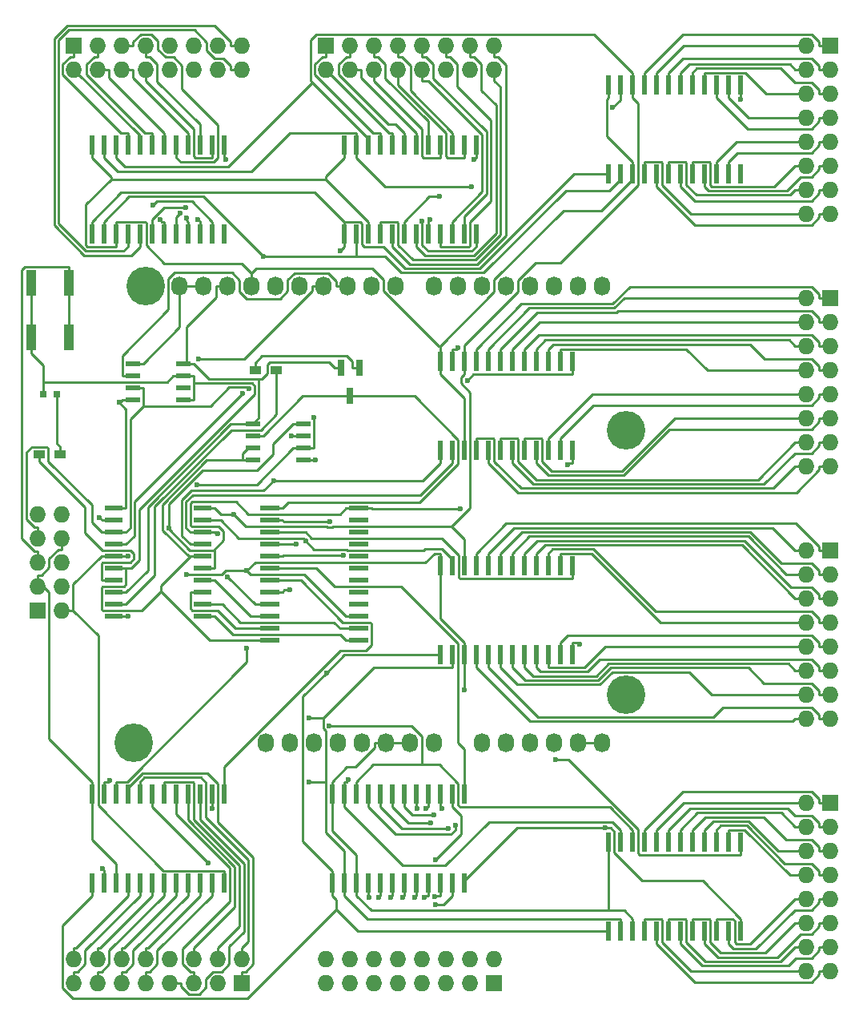
<source format=gbr>
G04 #@! TF.FileFunction,Copper,L1,Top,Signal*
%FSLAX46Y46*%
G04 Gerber Fmt 4.6, Leading zero omitted, Abs format (unit mm)*
G04 Created by KiCad (PCBNEW 4.0.1-stable) date 2016-04-19 17:05:27*
%MOMM*%
G01*
G04 APERTURE LIST*
%ADD10C,0.100000*%
%ADD11O,1.727200X2.032000*%
%ADD12C,4.064000*%
%ADD13R,1.727200X1.727200*%
%ADD14O,1.727200X1.727200*%
%ADD15R,1.950000X0.600000*%
%ADD16R,1.550000X0.600000*%
%ADD17R,0.600000X2.000000*%
%ADD18R,2.000000X0.600000*%
%ADD19R,0.797560X0.797560*%
%ADD20R,0.800100X1.800860*%
%ADD21R,1.200000X0.900000*%
%ADD22R,1.000000X2.750000*%
%ADD23C,0.600000*%
%ADD24C,0.250000*%
G04 APERTURE END LIST*
D10*
D11*
X56388000Y-117475000D03*
X58928000Y-117475000D03*
X61468000Y-117475000D03*
X64008000Y-117475000D03*
X66548000Y-117475000D03*
X69088000Y-117475000D03*
X71628000Y-117475000D03*
X74168000Y-117475000D03*
X79248000Y-117475000D03*
X81788000Y-117475000D03*
X84328000Y-117475000D03*
X86868000Y-117475000D03*
X89408000Y-117475000D03*
X91948000Y-117475000D03*
X47244000Y-69215000D03*
X49784000Y-69215000D03*
X52324000Y-69215000D03*
X54864000Y-69215000D03*
X57404000Y-69215000D03*
X59944000Y-69215000D03*
X62484000Y-69215000D03*
X65024000Y-69215000D03*
X67564000Y-69215000D03*
X70104000Y-69215000D03*
X74168000Y-69215000D03*
X76708000Y-69215000D03*
X79248000Y-69215000D03*
X81788000Y-69215000D03*
X84328000Y-69215000D03*
X86868000Y-69215000D03*
X89408000Y-69215000D03*
X91948000Y-69215000D03*
D12*
X42418000Y-117475000D03*
X94488000Y-112395000D03*
X43688000Y-69215000D03*
X94488000Y-84455000D03*
D13*
X36068000Y-43815000D03*
D14*
X36068000Y-46355000D03*
X38608000Y-43815000D03*
X38608000Y-46355000D03*
X41148000Y-43815000D03*
X41148000Y-46355000D03*
X43688000Y-43815000D03*
X43688000Y-46355000D03*
X46228000Y-43815000D03*
X46228000Y-46355000D03*
X48768000Y-43815000D03*
X48768000Y-46355000D03*
X51308000Y-43815000D03*
X51308000Y-46355000D03*
X53848000Y-43815000D03*
X53848000Y-46355000D03*
D13*
X62738000Y-43815000D03*
D14*
X62738000Y-46355000D03*
X65278000Y-43815000D03*
X65278000Y-46355000D03*
X67818000Y-43815000D03*
X67818000Y-46355000D03*
X70358000Y-43815000D03*
X70358000Y-46355000D03*
X72898000Y-43815000D03*
X72898000Y-46355000D03*
X75438000Y-43815000D03*
X75438000Y-46355000D03*
X77978000Y-43815000D03*
X77978000Y-46355000D03*
X80518000Y-43815000D03*
X80518000Y-46355000D03*
D13*
X53848000Y-142875000D03*
D14*
X53848000Y-140335000D03*
X51308000Y-142875000D03*
X51308000Y-140335000D03*
X48768000Y-142875000D03*
X48768000Y-140335000D03*
X46228000Y-142875000D03*
X46228000Y-140335000D03*
X43688000Y-142875000D03*
X43688000Y-140335000D03*
X41148000Y-142875000D03*
X41148000Y-140335000D03*
X38608000Y-142875000D03*
X38608000Y-140335000D03*
X36068000Y-142875000D03*
X36068000Y-140335000D03*
D15*
X40258000Y-92710000D03*
X40258000Y-93980000D03*
X40258000Y-95250000D03*
X40258000Y-96520000D03*
X40258000Y-97790000D03*
X40258000Y-99060000D03*
X40258000Y-100330000D03*
X40258000Y-101600000D03*
X40258000Y-102870000D03*
X40258000Y-104140000D03*
X49658000Y-104140000D03*
X49658000Y-102870000D03*
X49658000Y-101600000D03*
X49658000Y-100330000D03*
X49658000Y-99060000D03*
X49658000Y-97790000D03*
X49658000Y-96520000D03*
X49658000Y-95250000D03*
X49658000Y-93980000D03*
X49658000Y-92710000D03*
D16*
X54958000Y-83820000D03*
X54958000Y-85090000D03*
X54958000Y-86360000D03*
X54958000Y-87630000D03*
X60358000Y-87630000D03*
X60358000Y-86360000D03*
X60358000Y-85090000D03*
X60358000Y-83820000D03*
D13*
X80518000Y-142875000D03*
D14*
X80518000Y-140335000D03*
X77978000Y-142875000D03*
X77978000Y-140335000D03*
X75438000Y-142875000D03*
X75438000Y-140335000D03*
X72898000Y-142875000D03*
X72898000Y-140335000D03*
X70358000Y-142875000D03*
X70358000Y-140335000D03*
X67818000Y-142875000D03*
X67818000Y-140335000D03*
X65278000Y-142875000D03*
X65278000Y-140335000D03*
X62738000Y-142875000D03*
X62738000Y-140335000D03*
D17*
X77343000Y-122935000D03*
X76073000Y-122935000D03*
X74803000Y-122935000D03*
X73533000Y-122935000D03*
X72263000Y-122935000D03*
X70993000Y-122935000D03*
X69723000Y-122935000D03*
X68453000Y-122935000D03*
X67183000Y-122935000D03*
X65913000Y-122935000D03*
X64643000Y-122935000D03*
X63373000Y-122935000D03*
X63373000Y-132335000D03*
X64643000Y-132335000D03*
X65913000Y-132335000D03*
X67183000Y-132335000D03*
X68453000Y-132335000D03*
X69723000Y-132335000D03*
X70993000Y-132335000D03*
X72263000Y-132335000D03*
X73533000Y-132335000D03*
X74803000Y-132335000D03*
X76073000Y-132335000D03*
X77343000Y-132335000D03*
D16*
X42258000Y-77470000D03*
X42258000Y-78740000D03*
X42258000Y-80010000D03*
X42258000Y-81280000D03*
X47658000Y-81280000D03*
X47658000Y-80010000D03*
X47658000Y-78740000D03*
X47658000Y-77470000D03*
D18*
X56768000Y-92710000D03*
X56768000Y-93980000D03*
X56768000Y-95250000D03*
X56768000Y-96520000D03*
X56768000Y-97790000D03*
X56768000Y-99060000D03*
X56768000Y-100330000D03*
X56768000Y-101600000D03*
X56768000Y-102870000D03*
X56768000Y-104140000D03*
X56768000Y-105410000D03*
X56768000Y-106680000D03*
X66168000Y-106680000D03*
X66168000Y-105410000D03*
X66168000Y-104140000D03*
X66168000Y-102870000D03*
X66168000Y-101600000D03*
X66168000Y-100330000D03*
X66168000Y-99060000D03*
X66168000Y-97790000D03*
X66168000Y-96520000D03*
X66168000Y-95250000D03*
X66168000Y-93980000D03*
X66168000Y-92710000D03*
D17*
X51943000Y-54355000D03*
X50673000Y-54355000D03*
X49403000Y-54355000D03*
X48133000Y-54355000D03*
X46863000Y-54355000D03*
X45593000Y-54355000D03*
X44323000Y-54355000D03*
X43053000Y-54355000D03*
X41783000Y-54355000D03*
X40513000Y-54355000D03*
X39243000Y-54355000D03*
X37973000Y-54355000D03*
X37973000Y-63755000D03*
X39243000Y-63755000D03*
X40513000Y-63755000D03*
X41783000Y-63755000D03*
X43053000Y-63755000D03*
X44323000Y-63755000D03*
X45593000Y-63755000D03*
X46863000Y-63755000D03*
X48133000Y-63755000D03*
X49403000Y-63755000D03*
X50673000Y-63755000D03*
X51943000Y-63755000D03*
X78613000Y-54355000D03*
X77343000Y-54355000D03*
X76073000Y-54355000D03*
X74803000Y-54355000D03*
X73533000Y-54355000D03*
X72263000Y-54355000D03*
X70993000Y-54355000D03*
X69723000Y-54355000D03*
X68453000Y-54355000D03*
X67183000Y-54355000D03*
X65913000Y-54355000D03*
X64643000Y-54355000D03*
X64643000Y-63755000D03*
X65913000Y-63755000D03*
X67183000Y-63755000D03*
X68453000Y-63755000D03*
X69723000Y-63755000D03*
X70993000Y-63755000D03*
X72263000Y-63755000D03*
X73533000Y-63755000D03*
X74803000Y-63755000D03*
X76073000Y-63755000D03*
X77343000Y-63755000D03*
X78613000Y-63755000D03*
X51943000Y-122935000D03*
X50673000Y-122935000D03*
X49403000Y-122935000D03*
X48133000Y-122935000D03*
X46863000Y-122935000D03*
X45593000Y-122935000D03*
X44323000Y-122935000D03*
X43053000Y-122935000D03*
X41783000Y-122935000D03*
X40513000Y-122935000D03*
X39243000Y-122935000D03*
X37973000Y-122935000D03*
X37973000Y-132335000D03*
X39243000Y-132335000D03*
X40513000Y-132335000D03*
X41783000Y-132335000D03*
X43053000Y-132335000D03*
X44323000Y-132335000D03*
X45593000Y-132335000D03*
X46863000Y-132335000D03*
X48133000Y-132335000D03*
X49403000Y-132335000D03*
X50673000Y-132335000D03*
X51943000Y-132335000D03*
D13*
X32258000Y-103505000D03*
D14*
X34798000Y-103505000D03*
X32258000Y-100965000D03*
X34798000Y-100965000D03*
X32258000Y-98425000D03*
X34798000Y-98425000D03*
X32258000Y-95885000D03*
X34798000Y-95885000D03*
X32258000Y-93345000D03*
X34798000Y-93345000D03*
D13*
X116078000Y-43815000D03*
D14*
X113538000Y-43815000D03*
X116078000Y-46355000D03*
X113538000Y-46355000D03*
X116078000Y-48895000D03*
X113538000Y-48895000D03*
X116078000Y-51435000D03*
X113538000Y-51435000D03*
X116078000Y-53975000D03*
X113538000Y-53975000D03*
X116078000Y-56515000D03*
X113538000Y-56515000D03*
X116078000Y-59055000D03*
X113538000Y-59055000D03*
X116078000Y-61595000D03*
X113538000Y-61595000D03*
D13*
X116078000Y-70485000D03*
D14*
X113538000Y-70485000D03*
X116078000Y-73025000D03*
X113538000Y-73025000D03*
X116078000Y-75565000D03*
X113538000Y-75565000D03*
X116078000Y-78105000D03*
X113538000Y-78105000D03*
X116078000Y-80645000D03*
X113538000Y-80645000D03*
X116078000Y-83185000D03*
X113538000Y-83185000D03*
X116078000Y-85725000D03*
X113538000Y-85725000D03*
X116078000Y-88265000D03*
X113538000Y-88265000D03*
D13*
X116078000Y-97155000D03*
D14*
X113538000Y-97155000D03*
X116078000Y-99695000D03*
X113538000Y-99695000D03*
X116078000Y-102235000D03*
X113538000Y-102235000D03*
X116078000Y-104775000D03*
X113538000Y-104775000D03*
X116078000Y-107315000D03*
X113538000Y-107315000D03*
X116078000Y-109855000D03*
X113538000Y-109855000D03*
X116078000Y-112395000D03*
X113538000Y-112395000D03*
X116078000Y-114935000D03*
X113538000Y-114935000D03*
D13*
X116078000Y-123825000D03*
D14*
X113538000Y-123825000D03*
X116078000Y-126365000D03*
X113538000Y-126365000D03*
X116078000Y-128905000D03*
X113538000Y-128905000D03*
X116078000Y-131445000D03*
X113538000Y-131445000D03*
X116078000Y-133985000D03*
X113538000Y-133985000D03*
X116078000Y-136525000D03*
X113538000Y-136525000D03*
X116078000Y-139065000D03*
X113538000Y-139065000D03*
X116078000Y-141605000D03*
X113538000Y-141605000D03*
D17*
X106553000Y-48005000D03*
X105283000Y-48005000D03*
X104013000Y-48005000D03*
X102743000Y-48005000D03*
X101473000Y-48005000D03*
X100203000Y-48005000D03*
X98933000Y-48005000D03*
X97663000Y-48005000D03*
X96393000Y-48005000D03*
X95123000Y-48005000D03*
X93853000Y-48005000D03*
X92583000Y-48005000D03*
X92583000Y-57405000D03*
X93853000Y-57405000D03*
X95123000Y-57405000D03*
X96393000Y-57405000D03*
X97663000Y-57405000D03*
X98933000Y-57405000D03*
X100203000Y-57405000D03*
X101473000Y-57405000D03*
X102743000Y-57405000D03*
X104013000Y-57405000D03*
X105283000Y-57405000D03*
X106553000Y-57405000D03*
X88773000Y-77215000D03*
X87503000Y-77215000D03*
X86233000Y-77215000D03*
X84963000Y-77215000D03*
X83693000Y-77215000D03*
X82423000Y-77215000D03*
X81153000Y-77215000D03*
X79883000Y-77215000D03*
X78613000Y-77215000D03*
X77343000Y-77215000D03*
X76073000Y-77215000D03*
X74803000Y-77215000D03*
X74803000Y-86615000D03*
X76073000Y-86615000D03*
X77343000Y-86615000D03*
X78613000Y-86615000D03*
X79883000Y-86615000D03*
X81153000Y-86615000D03*
X82423000Y-86615000D03*
X83693000Y-86615000D03*
X84963000Y-86615000D03*
X86233000Y-86615000D03*
X87503000Y-86615000D03*
X88773000Y-86615000D03*
X88773000Y-98805000D03*
X87503000Y-98805000D03*
X86233000Y-98805000D03*
X84963000Y-98805000D03*
X83693000Y-98805000D03*
X82423000Y-98805000D03*
X81153000Y-98805000D03*
X79883000Y-98805000D03*
X78613000Y-98805000D03*
X77343000Y-98805000D03*
X76073000Y-98805000D03*
X74803000Y-98805000D03*
X74803000Y-108205000D03*
X76073000Y-108205000D03*
X77343000Y-108205000D03*
X78613000Y-108205000D03*
X79883000Y-108205000D03*
X81153000Y-108205000D03*
X82423000Y-108205000D03*
X83693000Y-108205000D03*
X84963000Y-108205000D03*
X86233000Y-108205000D03*
X87503000Y-108205000D03*
X88773000Y-108205000D03*
X106553000Y-128015000D03*
X105283000Y-128015000D03*
X104013000Y-128015000D03*
X102743000Y-128015000D03*
X101473000Y-128015000D03*
X100203000Y-128015000D03*
X98933000Y-128015000D03*
X97663000Y-128015000D03*
X96393000Y-128015000D03*
X95123000Y-128015000D03*
X93853000Y-128015000D03*
X92583000Y-128015000D03*
X92583000Y-137415000D03*
X93853000Y-137415000D03*
X95123000Y-137415000D03*
X96393000Y-137415000D03*
X97663000Y-137415000D03*
X98933000Y-137415000D03*
X100203000Y-137415000D03*
X101473000Y-137415000D03*
X102743000Y-137415000D03*
X104013000Y-137415000D03*
X105283000Y-137415000D03*
X106553000Y-137415000D03*
D19*
X34277300Y-80645000D03*
X32778700Y-80645000D03*
D20*
X66228000Y-77873860D03*
X64328000Y-77873860D03*
X65278000Y-80876140D03*
D21*
X32428000Y-86995000D03*
X34628000Y-86995000D03*
X55288000Y-78105000D03*
X57488000Y-78105000D03*
D22*
X31528000Y-68880000D03*
X31528000Y-74630000D03*
X35528000Y-74630000D03*
X35528000Y-68880000D03*
D23*
X41752700Y-104140000D03*
X54339100Y-99307000D03*
X77323600Y-111935500D03*
X47937700Y-99695000D03*
X61635100Y-87630000D03*
X53884200Y-80583200D03*
X54545800Y-80112900D03*
X59075700Y-85047600D03*
X61458300Y-83133200D03*
X49046200Y-90238100D03*
X38782000Y-93683600D03*
X40827900Y-81524600D03*
X49275700Y-76977600D03*
X92220800Y-126490100D03*
X46104000Y-94822100D03*
X76938400Y-92802400D03*
X41761100Y-97790000D03*
X89580400Y-107049900D03*
X88272500Y-88127100D03*
X72888400Y-62357700D03*
X44410100Y-60677400D03*
X49191600Y-62237200D03*
X47963800Y-62010200D03*
X47299800Y-61542100D03*
X45176400Y-62243900D03*
X47925200Y-60916700D03*
X73728400Y-62247900D03*
X74750300Y-59766000D03*
X50272300Y-130215700D03*
X50653800Y-124448200D03*
X57168500Y-89798700D03*
X62763900Y-110099600D03*
X64234100Y-65489200D03*
X60913800Y-114889700D03*
X51241200Y-95400400D03*
X56089800Y-66114600D03*
X60907500Y-121651500D03*
X39069600Y-130818600D03*
X60615900Y-96202600D03*
X65054500Y-121423000D03*
X93046200Y-50392600D03*
X39845100Y-121502400D03*
X76631800Y-75750200D03*
X78087400Y-58720200D03*
X53003100Y-93354600D03*
X54331700Y-107497100D03*
X63046500Y-115715900D03*
X86961600Y-119248400D03*
X63114300Y-94109900D03*
X77660000Y-79196300D03*
X59585100Y-96520000D03*
X106553000Y-49551200D03*
X64583800Y-97711100D03*
X78322900Y-55870300D03*
X58926200Y-101353200D03*
X52147800Y-55885100D03*
X52318600Y-99948500D03*
X76414300Y-126183400D03*
X75658700Y-126559700D03*
X73797600Y-125934400D03*
X74107800Y-125120900D03*
X72333900Y-124452700D03*
X73323400Y-124469900D03*
X74987100Y-124444400D03*
X74340600Y-129863400D03*
X74277000Y-134610100D03*
X74227600Y-133772300D03*
X73102600Y-133840600D03*
X72080600Y-133842700D03*
X70807600Y-133845700D03*
X69540300Y-133843000D03*
X68283600Y-133880800D03*
X67290100Y-133840400D03*
D24*
X32258000Y-98425000D02*
X32258000Y-97236100D01*
X35528000Y-74630000D02*
X35528000Y-68880000D01*
X35528000Y-68880000D02*
X35528000Y-67179700D01*
X31886500Y-97236100D02*
X32258000Y-97236100D01*
X30531000Y-95880600D02*
X31886500Y-97236100D01*
X30531000Y-67536900D02*
X30531000Y-95880600D01*
X30888200Y-67179700D02*
X30531000Y-67536900D01*
X35528000Y-67179700D02*
X30888200Y-67179700D01*
X40258000Y-104140000D02*
X41558300Y-104140000D01*
X41558300Y-104140000D02*
X41752700Y-104140000D01*
X74803000Y-98805000D02*
X74803000Y-97479700D01*
X77343000Y-107542300D02*
X77343000Y-106879700D01*
X60388200Y-99685500D02*
X64842700Y-104140000D01*
X54717600Y-99685500D02*
X60388200Y-99685500D01*
X54339100Y-99307000D02*
X54717600Y-99685500D01*
X77343000Y-107542300D02*
X77343000Y-108205000D01*
X77343000Y-108205000D02*
X77343000Y-109530300D01*
X74803000Y-104339700D02*
X77343000Y-106879700D01*
X74803000Y-100130300D02*
X74803000Y-104339700D01*
X74803000Y-98805000D02*
X74803000Y-100130300D01*
X74177700Y-97479700D02*
X74803000Y-97479700D01*
X73222800Y-98434600D02*
X74177700Y-97479700D01*
X55211500Y-98434600D02*
X73222800Y-98434600D01*
X54339100Y-99307000D02*
X55211500Y-98434600D01*
X77343000Y-81080300D02*
X77343000Y-86615000D01*
X74803000Y-78540300D02*
X77343000Y-81080300D01*
X77323600Y-109549700D02*
X77323600Y-111935500D01*
X77343000Y-109530300D02*
X77323600Y-109549700D01*
X66168000Y-104140000D02*
X64842700Y-104140000D01*
X92583000Y-128015000D02*
X92583000Y-129340300D01*
X65913000Y-129340300D02*
X65913000Y-132335000D01*
X63373000Y-126800300D02*
X65913000Y-129340300D01*
X63373000Y-122935000D02*
X63373000Y-126800300D01*
X65913000Y-132335000D02*
X65913000Y-133660300D01*
X71628000Y-117475000D02*
X69088000Y-117475000D01*
X64930300Y-120052400D02*
X63373000Y-121609700D01*
X65820900Y-120052400D02*
X64930300Y-120052400D01*
X67899100Y-117974200D02*
X65820900Y-120052400D01*
X67899100Y-117475000D02*
X67899100Y-117974200D01*
X69088000Y-117475000D02*
X67899100Y-117475000D01*
X63373000Y-122935000D02*
X63373000Y-121609700D01*
X74803000Y-77592100D02*
X74803000Y-78540300D01*
X74803000Y-77592100D02*
X74803000Y-77215000D01*
X74803000Y-77215000D02*
X74803000Y-75889700D01*
X40513000Y-130296700D02*
X40513000Y-132335000D01*
X37973000Y-127756700D02*
X40513000Y-130296700D01*
X37973000Y-122935000D02*
X37973000Y-127756700D01*
X51687900Y-99695000D02*
X47937700Y-99695000D01*
X51687900Y-99694900D02*
X51687900Y-99695000D01*
X52075800Y-99307000D02*
X51687900Y-99694900D01*
X54339100Y-99307000D02*
X52075800Y-99307000D01*
X54864000Y-69215000D02*
X54864000Y-67873700D01*
X74803000Y-75889700D02*
X74803000Y-75554300D01*
X95123000Y-56078000D02*
X95123000Y-57405000D01*
X92420900Y-53375900D02*
X95123000Y-56078000D01*
X92420900Y-49492400D02*
X92420900Y-53375900D01*
X92583000Y-49330300D02*
X92420900Y-49492400D01*
X92583000Y-48005000D02*
X92583000Y-49330300D01*
X95123000Y-57950200D02*
X95123000Y-57405000D01*
X91789500Y-61283700D02*
X95123000Y-57950200D01*
X87821900Y-61283700D02*
X91789500Y-61283700D01*
X80518000Y-68587600D02*
X87821900Y-61283700D01*
X80518000Y-69839300D02*
X80518000Y-68587600D01*
X74803000Y-75554300D02*
X80518000Y-69839300D01*
X37973000Y-54355000D02*
X37973000Y-55680300D01*
X40513000Y-63755000D02*
X40513000Y-65080300D01*
X40513000Y-63755000D02*
X40513000Y-62429700D01*
X43553000Y-62429700D02*
X40513000Y-62429700D01*
X43697600Y-62574300D02*
X43553000Y-62429700D01*
X43697600Y-64945100D02*
X43697600Y-62574300D01*
X45610100Y-66857600D02*
X43697600Y-64945100D01*
X53847900Y-66857600D02*
X45610100Y-66857600D01*
X54864000Y-67873700D02*
X53847900Y-66857600D01*
X74600300Y-75554300D02*
X74803000Y-75554300D01*
X68834000Y-69788000D02*
X74600300Y-75554300D01*
X68834000Y-68591400D02*
X68834000Y-69788000D01*
X67630900Y-67388300D02*
X68834000Y-68591400D01*
X55349400Y-67388300D02*
X67630900Y-67388300D01*
X54864000Y-67873700D02*
X55349400Y-67388300D01*
X37305300Y-60626800D02*
X39979900Y-57952200D01*
X37305300Y-64897900D02*
X37305300Y-60626800D01*
X37487700Y-65080300D02*
X37305300Y-64897900D01*
X40513000Y-65080300D02*
X37487700Y-65080300D01*
X39979900Y-57687200D02*
X37973000Y-55680300D01*
X39979900Y-57952200D02*
X39979900Y-57687200D01*
X67183000Y-63755000D02*
X67183000Y-62429700D01*
X64643000Y-54355000D02*
X64643000Y-55680300D01*
X62705500Y-57617800D02*
X64643000Y-55680300D01*
X62705500Y-57952200D02*
X62705500Y-57617800D01*
X39979900Y-57952200D02*
X62705500Y-57952200D01*
X62705500Y-57952200D02*
X67183000Y-62429700D01*
X95123000Y-137415000D02*
X95123000Y-136089700D01*
X92583000Y-129340300D02*
X92583000Y-135235600D01*
X94268900Y-135235600D02*
X95123000Y-136089700D01*
X92583000Y-135235600D02*
X94268900Y-135235600D01*
X67488300Y-135235600D02*
X65913000Y-133660300D01*
X92583000Y-135235600D02*
X67488300Y-135235600D01*
X32629600Y-99776100D02*
X32258000Y-99776100D01*
X33446900Y-98958800D02*
X32629600Y-99776100D01*
X33446900Y-98053400D02*
X33446900Y-98958800D01*
X34426400Y-97073900D02*
X33446900Y-98053400D01*
X34798000Y-97073900D02*
X34426400Y-97073900D01*
X34798000Y-95885000D02*
X34798000Y-97073900D01*
X32258000Y-100965000D02*
X32258000Y-100376400D01*
X32258000Y-100376400D02*
X32258000Y-99776100D01*
X33447000Y-117083700D02*
X37973000Y-121609700D01*
X33447000Y-101565400D02*
X33447000Y-117083700D01*
X32258000Y-100376400D02*
X33447000Y-101565400D01*
X37973000Y-122935000D02*
X37973000Y-121609700D01*
X54958000Y-83820000D02*
X53857700Y-83820000D01*
X40258000Y-101600000D02*
X41558300Y-101600000D01*
X64328000Y-77873900D02*
X63602600Y-77873900D01*
X43880000Y-99278300D02*
X41558300Y-101600000D01*
X43880000Y-92599500D02*
X43880000Y-99278300D01*
X52659500Y-83820000D02*
X43880000Y-92599500D01*
X53857700Y-83820000D02*
X52659500Y-83820000D01*
X55628400Y-83149600D02*
X55628400Y-79037400D01*
X54958000Y-83820000D02*
X55628400Y-83149600D01*
X63021700Y-77293000D02*
X63602600Y-77873900D01*
X56757200Y-77293000D02*
X63021700Y-77293000D01*
X56490300Y-77559900D02*
X56757200Y-77293000D01*
X56490300Y-78449500D02*
X56490300Y-77559900D01*
X55902400Y-79037400D02*
X56490300Y-78449500D01*
X55628400Y-79037400D02*
X55902400Y-79037400D01*
X50325500Y-79037200D02*
X48758300Y-77470000D01*
X55628200Y-79037200D02*
X50325500Y-79037200D01*
X55628400Y-79037400D02*
X55628200Y-79037200D01*
X47658000Y-77470000D02*
X47937800Y-77470000D01*
X47937800Y-77470000D02*
X48758300Y-77470000D01*
X51135100Y-70403900D02*
X51135100Y-69215000D01*
X47937800Y-73601200D02*
X51135100Y-70403900D01*
X47937800Y-77470000D02*
X47937800Y-73601200D01*
X52324000Y-69215000D02*
X51135100Y-69215000D01*
X60358000Y-87630000D02*
X61458300Y-87630000D01*
X61458300Y-87630000D02*
X61635100Y-87630000D01*
X40258000Y-96520000D02*
X41558300Y-96520000D01*
X42459000Y-92008400D02*
X53884200Y-80583200D01*
X42459000Y-95619300D02*
X42459000Y-92008400D01*
X41558300Y-96520000D02*
X42459000Y-95619300D01*
X42258000Y-80010000D02*
X43358300Y-80010000D01*
X40258000Y-95250000D02*
X41558300Y-95250000D01*
X42008600Y-94799700D02*
X41558300Y-95250000D01*
X42008600Y-83255300D02*
X42008600Y-94799700D01*
X43358500Y-81905400D02*
X42008600Y-83255300D01*
X43358300Y-81905200D02*
X43358500Y-81905400D01*
X43358300Y-80010000D02*
X43358300Y-81905200D01*
X54382400Y-79949500D02*
X54545800Y-80112900D01*
X52452900Y-79949500D02*
X54382400Y-79949500D01*
X50497000Y-81905400D02*
X52452900Y-79949500D01*
X43358500Y-81905400D02*
X50497000Y-81905400D01*
X60358000Y-85090000D02*
X59257700Y-85090000D01*
X59215300Y-85047600D02*
X59075700Y-85047600D01*
X59257700Y-85090000D02*
X59215300Y-85047600D01*
X37959400Y-94251700D02*
X38957700Y-95250000D01*
X37959400Y-92376400D02*
X37959400Y-94251700D01*
X33353400Y-87770400D02*
X37959400Y-92376400D01*
X33353400Y-86385300D02*
X33353400Y-87770400D01*
X33187700Y-86219600D02*
X33353400Y-86385300D01*
X31652200Y-86219600D02*
X33187700Y-86219600D01*
X31065200Y-86806600D02*
X31652200Y-86219600D01*
X31065200Y-93874800D02*
X31065200Y-86806600D01*
X31886500Y-94696100D02*
X31065200Y-93874800D01*
X32258000Y-94696100D02*
X31886500Y-94696100D01*
X32258000Y-95885000D02*
X32258000Y-94696100D01*
X40258000Y-95250000D02*
X38957700Y-95250000D01*
X63835100Y-68694900D02*
X63835100Y-69215000D01*
X62986800Y-67846600D02*
X63835100Y-68694900D01*
X59417300Y-67846600D02*
X62986800Y-67846600D01*
X58674000Y-68589900D02*
X59417300Y-67846600D01*
X58674000Y-69783900D02*
X58674000Y-68589900D01*
X57901500Y-70556400D02*
X58674000Y-69783900D01*
X54316200Y-70556400D02*
X57901500Y-70556400D01*
X53594000Y-69834200D02*
X54316200Y-70556400D01*
X53594000Y-68630400D02*
X53594000Y-69834200D01*
X52792800Y-67829200D02*
X53594000Y-68630400D01*
X46730900Y-67829200D02*
X52792800Y-67829200D01*
X46050200Y-68509900D02*
X46730900Y-67829200D01*
X46050200Y-71699100D02*
X46050200Y-68509900D01*
X41157700Y-76591600D02*
X46050200Y-71699100D01*
X41157700Y-78740000D02*
X41157700Y-76591600D01*
X42258000Y-78740000D02*
X41157700Y-78740000D01*
X65024000Y-69215000D02*
X63835100Y-69215000D01*
X60908200Y-86360000D02*
X61458300Y-86360000D01*
X60908200Y-86360000D02*
X60358000Y-86360000D01*
X61458300Y-86360000D02*
X61458300Y-83133200D01*
X38957700Y-93859300D02*
X38957700Y-93980000D01*
X38782000Y-93683600D02*
X38957700Y-93859300D01*
X40258000Y-93980000D02*
X38957700Y-93980000D01*
X55379600Y-90238100D02*
X59257700Y-86360000D01*
X49046200Y-90238100D02*
X55379600Y-90238100D01*
X60358000Y-86360000D02*
X59257700Y-86360000D01*
X42258000Y-81280000D02*
X41157700Y-81280000D01*
X40913100Y-81524600D02*
X41157700Y-81280000D01*
X40827900Y-81524600D02*
X40913100Y-81524600D01*
X41558300Y-82255000D02*
X41558300Y-92710000D01*
X40827900Y-81524600D02*
X41558300Y-82255000D01*
X40258000Y-92710000D02*
X41558300Y-92710000D01*
X62484000Y-69215000D02*
X61295100Y-69215000D01*
X54052600Y-76977600D02*
X49275700Y-76977600D01*
X61295100Y-69735100D02*
X54052600Y-76977600D01*
X61295100Y-69215000D02*
X61295100Y-69735100D01*
X77343000Y-132335000D02*
X77343000Y-132088700D01*
X106553000Y-137415000D02*
X106553000Y-136089700D01*
X60358000Y-83820000D02*
X59257700Y-83820000D01*
X92818200Y-126490100D02*
X92220800Y-126490100D01*
X93208300Y-126880200D02*
X92818200Y-126490100D01*
X93208300Y-129139900D02*
X93208300Y-126880200D01*
X96157100Y-132088700D02*
X93208300Y-129139900D01*
X102552000Y-132088700D02*
X96157100Y-132088700D01*
X106553000Y-136089700D02*
X102552000Y-132088700D01*
X49658000Y-99060000D02*
X50958300Y-99060000D01*
X66168000Y-92710000D02*
X67493300Y-92710000D01*
X40258000Y-97790000D02*
X41558300Y-97790000D01*
X41558300Y-97790000D02*
X41761100Y-97790000D01*
X49784000Y-69215000D02*
X48595100Y-69215000D01*
X67585700Y-92802400D02*
X76938400Y-92802400D01*
X67493300Y-92710000D02*
X67585700Y-92802400D01*
X82941600Y-126490100D02*
X92220800Y-126490100D01*
X77343000Y-132088700D02*
X82941600Y-126490100D01*
X34798000Y-103505000D02*
X35102600Y-103505000D01*
X51943000Y-132335000D02*
X51943000Y-131009700D01*
X64217400Y-93335300D02*
X64842700Y-92710000D01*
X54525600Y-93335300D02*
X64217400Y-93335300D01*
X53235800Y-92045500D02*
X54525600Y-93335300D01*
X48536500Y-92045500D02*
X53235800Y-92045500D01*
X48357700Y-92224300D02*
X48536500Y-92045500D01*
X48357700Y-94465600D02*
X48357700Y-92224300D01*
X48507100Y-94615000D02*
X48357700Y-94465600D01*
X51342300Y-94615000D02*
X48507100Y-94615000D01*
X51879900Y-95152600D02*
X51342300Y-94615000D01*
X51879900Y-96105000D02*
X51879900Y-95152600D01*
X50839500Y-97145400D02*
X51879900Y-96105000D01*
X50958300Y-97264200D02*
X50958300Y-99060000D01*
X50839500Y-97145400D02*
X50958300Y-97264200D01*
X66168000Y-92710000D02*
X64842700Y-92710000D01*
X88773000Y-108205000D02*
X88773000Y-106879700D01*
X89410200Y-106879700D02*
X89580400Y-107049900D01*
X88773000Y-106879700D02*
X89410200Y-106879700D01*
X91948000Y-117475000D02*
X89408000Y-117475000D01*
X88459300Y-87940300D02*
X88773000Y-87940300D01*
X88272500Y-88127100D02*
X88459300Y-87940300D01*
X88773000Y-86615000D02*
X88773000Y-87940300D01*
X42258000Y-77470000D02*
X43358300Y-77470000D01*
X47244000Y-69215000D02*
X48595100Y-69215000D01*
X47244000Y-73584300D02*
X43358300Y-77470000D01*
X47244000Y-69215000D02*
X47244000Y-73584300D01*
X78613000Y-63755000D02*
X78613000Y-65080300D01*
X40258000Y-97790000D02*
X38957700Y-97790000D01*
X35987000Y-103505000D02*
X35102600Y-103505000D01*
X38617600Y-106135600D02*
X35987000Y-103505000D01*
X38617600Y-124109000D02*
X38617600Y-106135600D01*
X45518300Y-131009700D02*
X38617600Y-124109000D01*
X51943000Y-131009700D02*
X45518300Y-131009700D01*
X35987000Y-100760700D02*
X38957700Y-97790000D01*
X35987000Y-103505000D02*
X35987000Y-100760700D01*
X78141300Y-65552000D02*
X78613000Y-65080300D01*
X73550600Y-65552000D02*
X78141300Y-65552000D01*
X72888400Y-64889800D02*
X73550600Y-65552000D01*
X72888400Y-62357700D02*
X72888400Y-64889800D01*
X46104100Y-94822100D02*
X46104000Y-94822100D01*
X46104100Y-92295900D02*
X46104100Y-94822100D01*
X49643900Y-88756100D02*
X46104100Y-92295900D01*
X55431700Y-88756100D02*
X49643900Y-88756100D01*
X57139800Y-87048000D02*
X55431700Y-88756100D01*
X57139800Y-85937900D02*
X57139800Y-87048000D01*
X59257700Y-83820000D02*
X57139800Y-85937900D01*
X48323200Y-97145400D02*
X50839500Y-97145400D01*
X46104100Y-94926300D02*
X48323200Y-97145400D01*
X46104100Y-94822100D02*
X46104100Y-94926300D01*
X35696400Y-45003900D02*
X36068000Y-45003900D01*
X34879100Y-45821200D02*
X35696400Y-45003900D01*
X34879100Y-46850600D02*
X34879100Y-45821200D01*
X41058200Y-53029700D02*
X34879100Y-46850600D01*
X41783000Y-53029700D02*
X41058200Y-53029700D01*
X41783000Y-54355000D02*
X41783000Y-53029700D01*
X36068000Y-43815000D02*
X36068000Y-45003900D01*
X43053000Y-53340000D02*
X36068000Y-46355000D01*
X43053000Y-54355000D02*
X43053000Y-53340000D01*
X38236400Y-45003900D02*
X38608000Y-45003900D01*
X37419100Y-45821200D02*
X38236400Y-45003900D01*
X37419100Y-46854400D02*
X37419100Y-45821200D01*
X43594400Y-53029700D02*
X37419100Y-46854400D01*
X44323000Y-53029700D02*
X43594400Y-53029700D01*
X44323000Y-54355000D02*
X44323000Y-53029700D01*
X38608000Y-43815000D02*
X38608000Y-45003900D01*
X39796900Y-47233600D02*
X39796900Y-46355000D01*
X45593000Y-53029700D02*
X39796900Y-47233600D01*
X45593000Y-54355000D02*
X45593000Y-53029700D01*
X38608000Y-46355000D02*
X39796900Y-46355000D01*
X42336900Y-43443400D02*
X42336900Y-43815000D01*
X43154200Y-42626100D02*
X42336900Y-43443400D01*
X44240800Y-42626100D02*
X43154200Y-42626100D01*
X44958000Y-43343300D02*
X44240800Y-42626100D01*
X44958000Y-44227400D02*
X44958000Y-43343300D01*
X45734700Y-45004100D02*
X44958000Y-44227400D01*
X46585700Y-45004100D02*
X45734700Y-45004100D01*
X47498000Y-45916400D02*
X46585700Y-45004100D01*
X47498000Y-48408600D02*
X47498000Y-45916400D01*
X51298400Y-52209000D02*
X47498000Y-48408600D01*
X51298400Y-55700600D02*
X51298400Y-52209000D01*
X50845500Y-56153500D02*
X51298400Y-55700600D01*
X47336200Y-56153500D02*
X50845500Y-56153500D01*
X46863000Y-55680300D02*
X47336200Y-56153500D01*
X46863000Y-54355000D02*
X46863000Y-55680300D01*
X41148000Y-43815000D02*
X42336900Y-43815000D01*
X42336900Y-47233600D02*
X42336900Y-46355000D01*
X48133000Y-53029700D02*
X42336900Y-47233600D01*
X48133000Y-54355000D02*
X48133000Y-53029700D01*
X41148000Y-46355000D02*
X42336900Y-46355000D01*
X44059600Y-45003900D02*
X43688000Y-45003900D01*
X44876900Y-45821200D02*
X44059600Y-45003900D01*
X44876900Y-47615900D02*
X44876900Y-45821200D01*
X49403000Y-52142000D02*
X44876900Y-47615900D01*
X49403000Y-54355000D02*
X49403000Y-52142000D01*
X43688000Y-43815000D02*
X43688000Y-45003900D01*
X50673000Y-54355000D02*
X50673000Y-55680300D01*
X43688000Y-46355000D02*
X43688000Y-47543900D01*
X48768000Y-52623900D02*
X43688000Y-47543900D01*
X48768000Y-55526400D02*
X48768000Y-52623900D01*
X48921900Y-55680300D02*
X48768000Y-55526400D01*
X50673000Y-55680300D02*
X48921900Y-55680300D01*
X44798200Y-60289300D02*
X44410100Y-60677400D01*
X48532600Y-60289300D02*
X44798200Y-60289300D01*
X50673000Y-62429700D02*
X48532600Y-60289300D01*
X50673000Y-63755000D02*
X50673000Y-62429700D01*
X49403000Y-63755000D02*
X49403000Y-62429700D01*
X49210500Y-62237200D02*
X49191600Y-62237200D01*
X49403000Y-62429700D02*
X49210500Y-62237200D01*
X47963800Y-62260500D02*
X48133000Y-62429700D01*
X47963800Y-62010200D02*
X47963800Y-62260500D01*
X48133000Y-63755000D02*
X48133000Y-62429700D01*
X46863000Y-61978900D02*
X47299800Y-61542100D01*
X46863000Y-63755000D02*
X46863000Y-61978900D01*
X45593000Y-63755000D02*
X45593000Y-62429700D01*
X45362200Y-62429700D02*
X45176400Y-62243900D01*
X45593000Y-62429700D02*
X45362200Y-62429700D01*
X45619300Y-60916700D02*
X47925200Y-60916700D01*
X44323000Y-62213000D02*
X45619300Y-60916700D01*
X44323000Y-63755000D02*
X44323000Y-62213000D01*
X43053000Y-63755000D02*
X43053000Y-65080300D01*
X53848000Y-43815000D02*
X52659100Y-43815000D01*
X42125800Y-66007500D02*
X43053000Y-65080300D01*
X37141100Y-66007500D02*
X42125800Y-66007500D01*
X33959400Y-62825800D02*
X37141100Y-66007500D01*
X33959400Y-43084700D02*
X33959400Y-62825800D01*
X35328000Y-41716100D02*
X33959400Y-43084700D01*
X50931700Y-41716100D02*
X35328000Y-41716100D01*
X52659100Y-43443500D02*
X50931700Y-41716100D01*
X52659100Y-43815000D02*
X52659100Y-43443500D01*
X52659100Y-45983400D02*
X52659100Y-46355000D01*
X51841800Y-45166100D02*
X52659100Y-45983400D01*
X50955800Y-45166100D02*
X51841800Y-45166100D01*
X50119000Y-44329300D02*
X50955800Y-45166100D01*
X50119000Y-43484500D02*
X50119000Y-44329300D01*
X48800900Y-42166400D02*
X50119000Y-43484500D01*
X35514600Y-42166400D02*
X48800900Y-42166400D01*
X34409700Y-43271300D02*
X35514600Y-42166400D01*
X34409700Y-62639200D02*
X34409700Y-43271300D01*
X37327700Y-65557200D02*
X34409700Y-62639200D01*
X41306100Y-65557200D02*
X37327700Y-65557200D01*
X41783000Y-65080300D02*
X41306100Y-65557200D01*
X41783000Y-63755000D02*
X41783000Y-65080300D01*
X53848000Y-46355000D02*
X52659100Y-46355000D01*
X62366400Y-45003900D02*
X62738000Y-45003900D01*
X61549100Y-45821200D02*
X62366400Y-45003900D01*
X61549100Y-46847600D02*
X61549100Y-45821200D01*
X67731200Y-53029700D02*
X61549100Y-46847600D01*
X68453000Y-53029700D02*
X67731200Y-53029700D01*
X68453000Y-54355000D02*
X68453000Y-53029700D01*
X62738000Y-43815000D02*
X62738000Y-45003900D01*
X69412700Y-53029700D02*
X62738000Y-46355000D01*
X69723000Y-53029700D02*
X69412700Y-53029700D01*
X69723000Y-54355000D02*
X69723000Y-53029700D01*
X65278000Y-43815000D02*
X65278000Y-45003900D01*
X64906400Y-45003900D02*
X65278000Y-45003900D01*
X64089100Y-45821200D02*
X64906400Y-45003900D01*
X64089100Y-46899400D02*
X64089100Y-45821200D01*
X69318700Y-52129000D02*
X64089100Y-46899400D01*
X70092300Y-52129000D02*
X69318700Y-52129000D01*
X70993000Y-53029700D02*
X70092300Y-52129000D01*
X70993000Y-54355000D02*
X70993000Y-53029700D01*
X66466900Y-47233600D02*
X66466900Y-46355000D01*
X72263000Y-53029700D02*
X66466900Y-47233600D01*
X72263000Y-54355000D02*
X72263000Y-53029700D01*
X65278000Y-46355000D02*
X66466900Y-46355000D01*
X68189600Y-45003900D02*
X67818000Y-45003900D01*
X69006900Y-45821200D02*
X68189600Y-45003900D01*
X69006900Y-47275200D02*
X69006900Y-45821200D01*
X73533000Y-51801300D02*
X69006900Y-47275200D01*
X73533000Y-54355000D02*
X73533000Y-51801300D01*
X67818000Y-43815000D02*
X67818000Y-45003900D01*
X67818000Y-47560800D02*
X67818000Y-46355000D01*
X72898000Y-52640800D02*
X67818000Y-47560800D01*
X72898000Y-55527400D02*
X72898000Y-52640800D01*
X73050900Y-55680300D02*
X72898000Y-55527400D01*
X74803000Y-55680300D02*
X73050900Y-55680300D01*
X74803000Y-54355000D02*
X74803000Y-55680300D01*
X76073000Y-54355000D02*
X76073000Y-53029700D01*
X70358000Y-43815000D02*
X70358000Y-45003900D01*
X70729800Y-45003900D02*
X70358000Y-45003900D01*
X71656000Y-45930100D02*
X70729800Y-45003900D01*
X71656000Y-48612700D02*
X71656000Y-45930100D01*
X76073000Y-53029700D02*
X71656000Y-48612700D01*
X77343000Y-54355000D02*
X77343000Y-55680300D01*
X70358000Y-47951600D02*
X70358000Y-46355000D01*
X75436000Y-53029600D02*
X70358000Y-47951600D01*
X75436000Y-55531300D02*
X75436000Y-53029600D01*
X75585000Y-55680300D02*
X75436000Y-55531300D01*
X77343000Y-55680300D02*
X75585000Y-55680300D01*
X72898000Y-43815000D02*
X72898000Y-45003900D01*
X77343000Y-61902600D02*
X77343000Y-63755000D01*
X79720500Y-59525100D02*
X77343000Y-61902600D01*
X79720500Y-52915100D02*
X79720500Y-59525100D01*
X74086900Y-47281500D02*
X79720500Y-52915100D01*
X74086900Y-45821200D02*
X74086900Y-47281500D01*
X73269600Y-45003900D02*
X74086900Y-45821200D01*
X72898000Y-45003900D02*
X73269600Y-45003900D01*
X76073000Y-63755000D02*
X76073000Y-62429700D01*
X72898000Y-46355000D02*
X72898000Y-47543900D01*
X79253300Y-59249400D02*
X76073000Y-62429700D01*
X79253300Y-53230400D02*
X79253300Y-59249400D01*
X73566800Y-47543900D02*
X79253300Y-53230400D01*
X72898000Y-47543900D02*
X73566800Y-47543900D01*
X75809600Y-45003900D02*
X75438000Y-45003900D01*
X76626900Y-45821200D02*
X75809600Y-45003900D01*
X76626900Y-48160300D02*
X76626900Y-45821200D01*
X80170900Y-51704300D02*
X76626900Y-48160300D01*
X80170900Y-60227100D02*
X80170900Y-51704300D01*
X77968400Y-62429600D02*
X80170900Y-60227100D01*
X77968400Y-64934300D02*
X77968400Y-62429600D01*
X77822400Y-65080300D02*
X77968400Y-64934300D01*
X74803000Y-65080300D02*
X77822400Y-65080300D01*
X74803000Y-63755000D02*
X74803000Y-65080300D01*
X75438000Y-43815000D02*
X75438000Y-45003900D01*
X73546600Y-62429700D02*
X73728400Y-62247900D01*
X73533000Y-62429700D02*
X73546600Y-62429700D01*
X73533000Y-63755000D02*
X73533000Y-62429700D01*
X78349600Y-45003900D02*
X77978000Y-45003900D01*
X79166900Y-45821200D02*
X78349600Y-45003900D01*
X79166900Y-48599700D02*
X79166900Y-45821200D01*
X80706200Y-50139000D02*
X79166900Y-48599700D01*
X80706200Y-63626800D02*
X80706200Y-50139000D01*
X78322400Y-66010600D02*
X80706200Y-63626800D01*
X73193300Y-66010600D02*
X78322400Y-66010600D01*
X72263000Y-65080300D02*
X73193300Y-66010600D01*
X72263000Y-63755000D02*
X72263000Y-65080300D01*
X77978000Y-43815000D02*
X77978000Y-45003900D01*
X73656700Y-59766000D02*
X74750300Y-59766000D01*
X70993000Y-62429700D02*
X73656700Y-59766000D01*
X70993000Y-63755000D02*
X70993000Y-62429700D01*
X69723000Y-63755000D02*
X69723000Y-65080300D01*
X80518000Y-43815000D02*
X80518000Y-45003900D01*
X80887500Y-45003900D02*
X80518000Y-45003900D01*
X81731400Y-45847800D02*
X80887500Y-45003900D01*
X81731400Y-63879400D02*
X81731400Y-45847800D01*
X78695600Y-66915200D02*
X81731400Y-63879400D01*
X71557900Y-66915200D02*
X78695600Y-66915200D01*
X69723000Y-65080300D02*
X71557900Y-66915200D01*
X81167200Y-48193100D02*
X80518000Y-47543900D01*
X81167200Y-63806700D02*
X81167200Y-48193100D01*
X78509000Y-66464900D02*
X81167200Y-63806700D01*
X71913700Y-66464900D02*
X78509000Y-66464900D01*
X70358000Y-64909200D02*
X71913700Y-66464900D01*
X70358000Y-62572600D02*
X70358000Y-64909200D01*
X70215100Y-62429700D02*
X70358000Y-62572600D01*
X68453000Y-62429700D02*
X70215100Y-62429700D01*
X68453000Y-63755000D02*
X68453000Y-62429700D01*
X80518000Y-46355000D02*
X80518000Y-47543900D01*
X54219600Y-141686100D02*
X53848000Y-141686100D01*
X55036900Y-140868800D02*
X54219600Y-141686100D01*
X55036900Y-129632900D02*
X55036900Y-140868800D01*
X51298400Y-125894400D02*
X55036900Y-129632900D01*
X51298400Y-121790300D02*
X51298400Y-125894400D01*
X50203000Y-120694900D02*
X51298400Y-121790300D01*
X43330900Y-120694900D02*
X50203000Y-120694900D01*
X41783000Y-122242800D02*
X43330900Y-120694900D01*
X41783000Y-122935000D02*
X41783000Y-122242800D01*
X53848000Y-142875000D02*
X53848000Y-141686100D01*
X53848000Y-140335000D02*
X53848000Y-139146100D01*
X43053000Y-122935000D02*
X43053000Y-121609700D01*
X54530200Y-138463900D02*
X53848000Y-139146100D01*
X54530200Y-129900900D02*
X54530200Y-138463900D01*
X50028400Y-125399100D02*
X54530200Y-129900900D01*
X50028400Y-121716300D02*
X50028400Y-125399100D01*
X49468500Y-121156400D02*
X50028400Y-121716300D01*
X43506300Y-121156400D02*
X49468500Y-121156400D01*
X43053000Y-121609700D02*
X43506300Y-121156400D01*
X50272300Y-130209600D02*
X50272300Y-130215700D01*
X44323000Y-124260300D02*
X50272300Y-130209600D01*
X44323000Y-122935000D02*
X44323000Y-124260300D01*
X51308000Y-140335000D02*
X51308000Y-139146100D01*
X45593000Y-122935000D02*
X45593000Y-121609700D01*
X53554700Y-136899400D02*
X51308000Y-139146100D01*
X53554700Y-130438700D02*
X53554700Y-136899400D01*
X48769900Y-125653900D02*
X53554700Y-130438700D01*
X48769900Y-121768200D02*
X48769900Y-125653900D01*
X48611400Y-121609700D02*
X48769900Y-121768200D01*
X45593000Y-121609700D02*
X48611400Y-121609700D01*
X46863000Y-122935000D02*
X46863000Y-124260300D01*
X48768000Y-142875000D02*
X48768000Y-141686100D01*
X48396400Y-141686100D02*
X48768000Y-141686100D01*
X47579100Y-140868800D02*
X48396400Y-141686100D01*
X47579100Y-139256300D02*
X47579100Y-140868800D01*
X52569600Y-134265800D02*
X47579100Y-139256300D01*
X52569600Y-130727400D02*
X52569600Y-134265800D01*
X46863000Y-125020800D02*
X52569600Y-130727400D01*
X46863000Y-124260300D02*
X46863000Y-125020800D01*
X48768000Y-140335000D02*
X48768000Y-139146100D01*
X48133000Y-122935000D02*
X48133000Y-124260300D01*
X53067600Y-134846500D02*
X48768000Y-139146100D01*
X53067600Y-130588500D02*
X53067600Y-134846500D01*
X48133000Y-125653900D02*
X53067600Y-130588500D01*
X48133000Y-124260300D02*
X48133000Y-125653900D01*
X49403000Y-122935000D02*
X49403000Y-124260300D01*
X46228000Y-142875000D02*
X47416900Y-142875000D01*
X47416900Y-143246600D02*
X47416900Y-142875000D01*
X48234200Y-144063900D02*
X47416900Y-143246600D01*
X49317700Y-144063900D02*
X48234200Y-144063900D01*
X50038000Y-143343600D02*
X49317700Y-144063900D01*
X50038000Y-142441700D02*
X50038000Y-143343600D01*
X50793700Y-141686000D02*
X50038000Y-142441700D01*
X51660300Y-141686000D02*
X50793700Y-141686000D01*
X52497000Y-140849300D02*
X51660300Y-141686000D01*
X52497000Y-139001800D02*
X52497000Y-140849300D01*
X54039000Y-137459800D02*
X52497000Y-139001800D01*
X54039000Y-130286100D02*
X54039000Y-137459800D01*
X49403000Y-125650100D02*
X54039000Y-130286100D01*
X49403000Y-124260300D02*
X49403000Y-125650100D01*
X50673000Y-122935000D02*
X50673000Y-124260300D01*
X50673000Y-124429000D02*
X50653800Y-124448200D01*
X50673000Y-124260300D02*
X50673000Y-124429000D01*
X44059600Y-141686100D02*
X43688000Y-141686100D01*
X44876900Y-140868800D02*
X44059600Y-141686100D01*
X44876900Y-139456400D02*
X44876900Y-140868800D01*
X50673000Y-133660300D02*
X44876900Y-139456400D01*
X50673000Y-132335000D02*
X50673000Y-133660300D01*
X43688000Y-142875000D02*
X43688000Y-141686100D01*
X43917200Y-139146100D02*
X43688000Y-139146100D01*
X49403000Y-133660300D02*
X43917200Y-139146100D01*
X49403000Y-132335000D02*
X49403000Y-133660300D01*
X43688000Y-140335000D02*
X43688000Y-139146100D01*
X41519600Y-141686100D02*
X41148000Y-141686100D01*
X42336900Y-140868800D02*
X41519600Y-141686100D01*
X42336900Y-139456400D02*
X42336900Y-140868800D01*
X48133000Y-133660300D02*
X42336900Y-139456400D01*
X48133000Y-132335000D02*
X48133000Y-133660300D01*
X41148000Y-142875000D02*
X41148000Y-141686100D01*
X41377200Y-139146100D02*
X41148000Y-139146100D01*
X46863000Y-133660300D02*
X41377200Y-139146100D01*
X46863000Y-132335000D02*
X46863000Y-133660300D01*
X41148000Y-140335000D02*
X41148000Y-139146100D01*
X38979600Y-141686100D02*
X38608000Y-141686100D01*
X39796900Y-140868800D02*
X38979600Y-141686100D01*
X39796900Y-139456400D02*
X39796900Y-140868800D01*
X45593000Y-133660300D02*
X39796900Y-139456400D01*
X45593000Y-132335000D02*
X45593000Y-133660300D01*
X38608000Y-142875000D02*
X38608000Y-141686100D01*
X38837200Y-139146100D02*
X38608000Y-139146100D01*
X44323000Y-133660300D02*
X38837200Y-139146100D01*
X44323000Y-132335000D02*
X44323000Y-133660300D01*
X38608000Y-140335000D02*
X38608000Y-139146100D01*
X36439600Y-141686100D02*
X36068000Y-141686100D01*
X37256900Y-140868800D02*
X36439600Y-141686100D01*
X37256900Y-139456400D02*
X37256900Y-140868800D01*
X43053000Y-133660300D02*
X37256900Y-139456400D01*
X43053000Y-132335000D02*
X43053000Y-133660300D01*
X36068000Y-142875000D02*
X36068000Y-141686100D01*
X36297200Y-139146100D02*
X36068000Y-139146100D01*
X41783000Y-133660300D02*
X36297200Y-139146100D01*
X41783000Y-132335000D02*
X41783000Y-133660300D01*
X36068000Y-140335000D02*
X36068000Y-139146100D01*
X52873000Y-106054700D02*
X50958300Y-104140000D01*
X64217400Y-106054700D02*
X52873000Y-106054700D01*
X64842700Y-106680000D02*
X64217400Y-106054700D01*
X66168000Y-106680000D02*
X64842700Y-106680000D01*
X49658000Y-104140000D02*
X50958300Y-104140000D01*
X66168000Y-105410000D02*
X64842700Y-105410000D01*
X64205800Y-105410000D02*
X64842700Y-105410000D01*
X63580500Y-104784700D02*
X64205800Y-105410000D01*
X53675400Y-104784700D02*
X63580500Y-104784700D01*
X51760700Y-102870000D02*
X53675400Y-104784700D01*
X49658000Y-102870000D02*
X51760700Y-102870000D01*
X49658000Y-101600000D02*
X48357700Y-101600000D01*
X48357700Y-103312900D02*
X48357700Y-101600000D01*
X48559400Y-103514600D02*
X48357700Y-103312900D01*
X51265400Y-103514600D02*
X48559400Y-103514600D01*
X53160800Y-105410000D02*
X51265400Y-103514600D01*
X56768000Y-105410000D02*
X53160800Y-105410000D01*
X49658000Y-100330000D02*
X50958300Y-100330000D01*
X54768300Y-104140000D02*
X56768000Y-104140000D01*
X50958300Y-100330000D02*
X54768300Y-104140000D01*
X74803000Y-86615000D02*
X74803000Y-87940300D01*
X49658000Y-96520000D02*
X48357700Y-96520000D01*
X63373000Y-132335000D02*
X63373000Y-131009700D01*
X64658500Y-108205000D02*
X74803000Y-108205000D01*
X62763900Y-110099600D02*
X64658500Y-108205000D01*
X64234100Y-65489200D02*
X64643000Y-65080300D01*
X64643000Y-63755000D02*
X64643000Y-65080300D01*
X37973000Y-63755000D02*
X37973000Y-62429700D01*
X64643000Y-63755000D02*
X64643000Y-62429700D01*
X61551200Y-59337900D02*
X64643000Y-62429700D01*
X41064800Y-59337900D02*
X61551200Y-59337900D01*
X37973000Y-62429700D02*
X41064800Y-59337900D01*
X88952000Y-57405000D02*
X92583000Y-57405000D01*
X78963300Y-67393700D02*
X88952000Y-57405000D01*
X71083300Y-67393700D02*
X78963300Y-67393700D01*
X68770000Y-65080400D02*
X71083300Y-67393700D01*
X66740200Y-65080400D02*
X68770000Y-65080400D01*
X66538400Y-64878600D02*
X66740200Y-65080400D01*
X66538400Y-62613900D02*
X66538400Y-64878600D01*
X66354200Y-62429700D02*
X66538400Y-62613900D01*
X64643000Y-62429700D02*
X66354200Y-62429700D01*
X60278200Y-127914900D02*
X63373000Y-131009700D01*
X60278200Y-112585300D02*
X60278200Y-127914900D01*
X62763900Y-110099600D02*
X60278200Y-112585300D01*
X56103700Y-90863500D02*
X57168500Y-89798700D01*
X48444700Y-90863500D02*
X56103700Y-90863500D01*
X47457100Y-91851100D02*
X48444700Y-90863500D01*
X47457100Y-95619400D02*
X47457100Y-91851100D01*
X48357700Y-96520000D02*
X47457100Y-95619400D01*
X72944600Y-89798700D02*
X74803000Y-87940300D01*
X57168500Y-89798700D02*
X72944600Y-89798700D01*
X63373000Y-132335000D02*
X63373000Y-133660300D01*
X66099600Y-137415000D02*
X63808000Y-135123400D01*
X92583000Y-137415000D02*
X66099600Y-137415000D01*
X63808000Y-134095300D02*
X63808000Y-135123400D01*
X63373000Y-133660300D02*
X63808000Y-134095300D01*
X34847900Y-136785400D02*
X37973000Y-133660300D01*
X34847900Y-143410700D02*
X34847900Y-136785400D01*
X35954500Y-144517300D02*
X34847900Y-143410700D01*
X54414100Y-144517300D02*
X35954500Y-144517300D01*
X63808000Y-135123400D02*
X54414100Y-144517300D01*
X37973000Y-132335000D02*
X37973000Y-133660300D01*
X76073000Y-86615000D02*
X76073000Y-87940300D01*
X49658000Y-95250000D02*
X48357700Y-95250000D01*
X76073000Y-108205000D02*
X76073000Y-109530300D01*
X49658000Y-95250000D02*
X50958300Y-95250000D01*
X47907400Y-94799700D02*
X48357700Y-95250000D01*
X47907400Y-92037700D02*
X47907400Y-94799700D01*
X48631300Y-91313800D02*
X47907400Y-92037700D01*
X72699500Y-91313800D02*
X48631300Y-91313800D01*
X76073000Y-87940300D02*
X72699500Y-91313800D01*
X51108700Y-95400400D02*
X51241200Y-95400400D01*
X50958300Y-95250000D02*
X51108700Y-95400400D01*
X67780600Y-109530300D02*
X62421200Y-114889700D01*
X76073000Y-109530300D02*
X67780600Y-109530300D01*
X62421200Y-114889700D02*
X60913800Y-114889700D01*
X39243000Y-63755000D02*
X39243000Y-62429700D01*
X41884500Y-59788200D02*
X39243000Y-62429700D01*
X49763400Y-59788200D02*
X41884500Y-59788200D01*
X56089800Y-66114600D02*
X49763400Y-59788200D01*
X65913000Y-63755000D02*
X65913000Y-65080300D01*
X65913000Y-65080300D02*
X65913000Y-66114600D01*
X56089800Y-66114600D02*
X65913000Y-66114600D01*
X93853000Y-57949400D02*
X93853000Y-57405000D01*
X92664000Y-59138400D02*
X93853000Y-57949400D01*
X88061200Y-59138400D02*
X92664000Y-59138400D01*
X79355600Y-67844000D02*
X88061200Y-59138400D01*
X70671700Y-67844000D02*
X79355600Y-67844000D01*
X68942300Y-66114600D02*
X70671700Y-67844000D01*
X65913000Y-66114600D02*
X68942300Y-66114600D01*
X93853000Y-137415000D02*
X93853000Y-136089700D01*
X64643000Y-132335000D02*
X64643000Y-133660300D01*
X39243000Y-130992000D02*
X39243000Y-132335000D01*
X39069600Y-130818600D02*
X39243000Y-130992000D01*
X62702600Y-121651500D02*
X60907500Y-121651500D01*
X62702600Y-127014000D02*
X62702600Y-121651500D01*
X64643000Y-128954400D02*
X62702600Y-127014000D01*
X64643000Y-132335000D02*
X64643000Y-128954400D01*
X62421200Y-115974900D02*
X62421200Y-114889700D01*
X62702600Y-116256300D02*
X62421200Y-115974900D01*
X62702600Y-121651500D02*
X62702600Y-116256300D01*
X67072400Y-136089700D02*
X64643000Y-133660300D01*
X93853000Y-136089700D02*
X67072400Y-136089700D01*
X51591400Y-93980000D02*
X49658000Y-93980000D01*
X53506000Y-95894600D02*
X51591400Y-93980000D01*
X60307900Y-95894600D02*
X53506000Y-95894600D01*
X60615900Y-96202600D02*
X60307900Y-95894600D01*
X61470500Y-97057200D02*
X60615900Y-96202600D01*
X64871400Y-97057200D02*
X61470500Y-97057200D01*
X64978900Y-97164700D02*
X64871400Y-97057200D01*
X73053500Y-97164700D02*
X64978900Y-97164700D01*
X73220100Y-96998100D02*
X73053500Y-97164700D01*
X74971400Y-96998100D02*
X73220100Y-96998100D01*
X76073000Y-98099700D02*
X74971400Y-96998100D01*
X76073000Y-98805000D02*
X76073000Y-98099700D01*
X64643000Y-122935000D02*
X64643000Y-121609700D01*
X64867800Y-121609700D02*
X65054500Y-121423000D01*
X64643000Y-121609700D02*
X64867800Y-121609700D01*
X93853000Y-49585800D02*
X93853000Y-48005000D01*
X93046200Y-50392600D02*
X93853000Y-49585800D01*
X39243000Y-122935000D02*
X39243000Y-121609700D01*
X39737800Y-121609700D02*
X39845100Y-121502400D01*
X39243000Y-121609700D02*
X39737800Y-121609700D01*
X65913000Y-54355000D02*
X65913000Y-53029700D01*
X39243000Y-54355000D02*
X39243000Y-55680300D01*
X76073000Y-77215000D02*
X76073000Y-75889700D01*
X76492300Y-75889700D02*
X76631800Y-75750200D01*
X76073000Y-75889700D02*
X76492300Y-75889700D01*
X65913000Y-54355000D02*
X65913000Y-55680300D01*
X58884800Y-53029700D02*
X65913000Y-53029700D01*
X54822800Y-57091700D02*
X58884800Y-53029700D01*
X40654400Y-57091700D02*
X54822800Y-57091700D01*
X39243000Y-55680300D02*
X40654400Y-57091700D01*
X93853000Y-128015000D02*
X93853000Y-126689700D01*
X64643000Y-122935000D02*
X64643000Y-124260300D01*
X93008600Y-125845300D02*
X93853000Y-126689700D01*
X79943100Y-125845300D02*
X93008600Y-125845300D01*
X75299700Y-130488700D02*
X79943100Y-125845300D01*
X70871400Y-130488700D02*
X75299700Y-130488700D01*
X64643000Y-124260300D02*
X70871400Y-130488700D01*
X68952900Y-58720200D02*
X78087400Y-58720200D01*
X65913000Y-55680300D02*
X68952900Y-58720200D01*
X95123000Y-128015000D02*
X95123000Y-126689700D01*
X40513000Y-122935000D02*
X40513000Y-121609700D01*
X77343000Y-98805000D02*
X77343000Y-97479700D01*
X77343000Y-77215000D02*
X77343000Y-78540300D01*
X49658000Y-92710000D02*
X50958300Y-92710000D01*
X77343000Y-75527800D02*
X77343000Y-77215000D01*
X83058000Y-69812800D02*
X77343000Y-75527800D01*
X83058000Y-68630600D02*
X83058000Y-69812800D01*
X84875000Y-66813600D02*
X83058000Y-68630600D01*
X87521700Y-66813600D02*
X84875000Y-66813600D01*
X95748300Y-58587000D02*
X87521700Y-66813600D01*
X95748300Y-49955600D02*
X95748300Y-58587000D01*
X95123000Y-49330300D02*
X95748300Y-49955600D01*
X95123000Y-48667600D02*
X95123000Y-49330300D01*
X51602900Y-93354600D02*
X53003100Y-93354600D01*
X50958300Y-92710000D02*
X51602900Y-93354600D01*
X77343000Y-95958000D02*
X77343000Y-97479700D01*
X76009600Y-94624600D02*
X77343000Y-95958000D01*
X76968400Y-78914900D02*
X77343000Y-78540300D01*
X76968400Y-79521600D02*
X76968400Y-78914900D01*
X77968300Y-80521500D02*
X76968400Y-79521600D01*
X77968300Y-92665900D02*
X77968300Y-80521500D01*
X76009600Y-94624600D02*
X77968300Y-92665900D01*
X63484000Y-94624600D02*
X76009600Y-94624600D01*
X63373400Y-94735200D02*
X63484000Y-94624600D01*
X62855300Y-94735200D02*
X63373400Y-94735200D01*
X62744700Y-94624600D02*
X62855300Y-94735200D01*
X54273100Y-94624600D02*
X62744700Y-94624600D01*
X53003100Y-93354600D02*
X54273100Y-94624600D01*
X41667000Y-121609700D02*
X40513000Y-121609700D01*
X54331700Y-108945000D02*
X41667000Y-121609700D01*
X54331700Y-107497100D02*
X54331700Y-108945000D01*
X74713400Y-119810700D02*
X72826900Y-119810700D01*
X76706000Y-121803300D02*
X74713400Y-119810700D01*
X76706000Y-124089000D02*
X76706000Y-121803300D01*
X76899900Y-124282900D02*
X76706000Y-124089000D01*
X92716200Y-124282900D02*
X76899900Y-124282900D01*
X95123000Y-126689700D02*
X92716200Y-124282900D01*
X71759700Y-115715900D02*
X63046500Y-115715900D01*
X72826900Y-116783100D02*
X71759700Y-115715900D01*
X72826900Y-119810700D02*
X72826900Y-116783100D01*
X67712000Y-119810700D02*
X65913000Y-121609700D01*
X72826900Y-119810700D02*
X67712000Y-119810700D01*
X65913000Y-122935000D02*
X65913000Y-121609700D01*
X95123000Y-48667600D02*
X95123000Y-48005000D01*
X95123000Y-48005000D02*
X95123000Y-46679700D01*
X40513000Y-54355000D02*
X40513000Y-55680300D01*
X52350900Y-56626800D02*
X61259800Y-47717900D01*
X41459500Y-56626800D02*
X52350900Y-56626800D01*
X40513000Y-55680300D02*
X41459500Y-56626800D01*
X67183000Y-53641100D02*
X61259800Y-47717900D01*
X67183000Y-54355000D02*
X67183000Y-53641100D01*
X91069300Y-42626000D02*
X95123000Y-46679700D01*
X61698900Y-42626000D02*
X91069300Y-42626000D01*
X61073200Y-43251700D02*
X61698900Y-42626000D01*
X61073200Y-47531300D02*
X61073200Y-43251700D01*
X61259800Y-47717900D02*
X61073200Y-47531300D01*
X88378200Y-119248400D02*
X86961600Y-119248400D01*
X95758000Y-126628200D02*
X88378200Y-119248400D01*
X95758000Y-129183500D02*
X95758000Y-126628200D01*
X95914800Y-129340300D02*
X95758000Y-129183500D01*
X106553000Y-129340300D02*
X95914800Y-129340300D01*
X58223200Y-94109900D02*
X58093300Y-93980000D01*
X63114300Y-94109900D02*
X58223200Y-94109900D01*
X56768000Y-93980000D02*
X58093300Y-93980000D01*
X106553000Y-128015000D02*
X106553000Y-129340300D01*
X88773000Y-98805000D02*
X88773000Y-100130300D01*
X60547700Y-95250000D02*
X56768000Y-95250000D01*
X61183300Y-95885600D02*
X60547700Y-95250000D01*
X74940600Y-95885600D02*
X61183300Y-95885600D01*
X76717600Y-97662600D02*
X74940600Y-95885600D01*
X76717600Y-99976800D02*
X76717600Y-97662600D01*
X76871100Y-100130300D02*
X76717600Y-99976800D01*
X88773000Y-100130300D02*
X76871100Y-100130300D01*
X56768000Y-96520000D02*
X59585100Y-96520000D01*
X88773000Y-77215000D02*
X88773000Y-78540300D01*
X78316000Y-78540300D02*
X77660000Y-79196300D01*
X88773000Y-78540300D02*
X78316000Y-78540300D01*
X58172200Y-97711100D02*
X58093300Y-97790000D01*
X64583800Y-97711100D02*
X58172200Y-97711100D01*
X56768000Y-97790000D02*
X58093300Y-97790000D01*
X106553000Y-48005000D02*
X106553000Y-49551200D01*
X77343000Y-118163700D02*
X77343000Y-122935000D01*
X76698300Y-117519000D02*
X77343000Y-118163700D01*
X76698300Y-107024000D02*
X76698300Y-117519000D01*
X70629700Y-100955400D02*
X76698300Y-107024000D01*
X63606500Y-100955400D02*
X70629700Y-100955400D01*
X61711100Y-99060000D02*
X63606500Y-100955400D01*
X56768000Y-99060000D02*
X61711100Y-99060000D01*
X60067300Y-100330000D02*
X56768000Y-100330000D01*
X64512200Y-104774900D02*
X60067300Y-100330000D01*
X67348900Y-104774900D02*
X64512200Y-104774900D01*
X67493300Y-104919300D02*
X67348900Y-104774900D01*
X67493300Y-107165200D02*
X67493300Y-104919300D01*
X66903900Y-107754600D02*
X67493300Y-107165200D01*
X64220400Y-107754600D02*
X66903900Y-107754600D01*
X51943000Y-120032000D02*
X64220400Y-107754600D01*
X51943000Y-122935000D02*
X51943000Y-120032000D01*
X58340100Y-101353200D02*
X58093300Y-101600000D01*
X58926200Y-101353200D02*
X58340100Y-101353200D01*
X56768000Y-101600000D02*
X58093300Y-101600000D01*
X78512900Y-55680300D02*
X78322900Y-55870300D01*
X78613000Y-55680300D02*
X78512900Y-55680300D01*
X78613000Y-54355000D02*
X78613000Y-55680300D01*
X55240100Y-102870000D02*
X56768000Y-102870000D01*
X52318600Y-99948500D02*
X55240100Y-102870000D01*
X51943000Y-54355000D02*
X51943000Y-55680300D01*
X51943000Y-55680300D02*
X52147800Y-55885100D01*
X67183000Y-122935000D02*
X67183000Y-124260300D01*
X76414300Y-126711000D02*
X76414300Y-126183400D01*
X75940200Y-127185100D02*
X76414300Y-126711000D01*
X70107800Y-127185100D02*
X75940200Y-127185100D01*
X67183000Y-124260300D02*
X70107800Y-127185100D01*
X68453000Y-122935000D02*
X68453000Y-124260300D01*
X70752400Y-126559700D02*
X75658700Y-126559700D01*
X68453000Y-124260300D02*
X70752400Y-126559700D01*
X71397100Y-125934400D02*
X73797600Y-125934400D01*
X69723000Y-124260300D02*
X71397100Y-125934400D01*
X69723000Y-122935000D02*
X69723000Y-124260300D01*
X71853600Y-125120900D02*
X74107800Y-125120900D01*
X70993000Y-124260300D02*
X71853600Y-125120900D01*
X70993000Y-122935000D02*
X70993000Y-124260300D01*
X72333900Y-124331200D02*
X72333900Y-124452700D01*
X72263000Y-124260300D02*
X72333900Y-124331200D01*
X72263000Y-122935000D02*
X72263000Y-124260300D01*
X73533000Y-122935000D02*
X73533000Y-124260300D01*
X73533000Y-124260300D02*
X73323400Y-124469900D01*
X74803000Y-122935000D02*
X74803000Y-124260300D01*
X74803000Y-124260300D02*
X74987100Y-124444400D01*
X76073000Y-122935000D02*
X76073000Y-124260300D01*
X77051900Y-127152100D02*
X74340600Y-129863400D01*
X77051900Y-125239200D02*
X77051900Y-127152100D01*
X76073000Y-124260300D02*
X77051900Y-125239200D01*
X76073000Y-132335000D02*
X76073000Y-133660300D01*
X75123200Y-134610100D02*
X74277000Y-134610100D01*
X76073000Y-133660300D02*
X75123200Y-134610100D01*
X74803000Y-132335000D02*
X74803000Y-133660300D01*
X74339600Y-133660300D02*
X74227600Y-133772300D01*
X74803000Y-133660300D02*
X74339600Y-133660300D01*
X73533000Y-132335000D02*
X73533000Y-133660300D01*
X73282900Y-133660300D02*
X73102600Y-133840600D01*
X73533000Y-133660300D02*
X73282900Y-133660300D01*
X72263000Y-132335000D02*
X72263000Y-133660300D01*
X72263000Y-133660300D02*
X72080600Y-133842700D01*
X70993000Y-132335000D02*
X70993000Y-133660300D01*
X70993000Y-133660300D02*
X70807600Y-133845700D01*
X69723000Y-132335000D02*
X69723000Y-133660300D01*
X69723000Y-133660300D02*
X69540300Y-133843000D01*
X68453000Y-132335000D02*
X68453000Y-133660300D01*
X68283600Y-133829700D02*
X68283600Y-133880800D01*
X68453000Y-133660300D02*
X68283600Y-133829700D01*
X67183000Y-132335000D02*
X67183000Y-133660300D01*
X67290100Y-133767400D02*
X67290100Y-133840400D01*
X67183000Y-133660300D02*
X67290100Y-133767400D01*
X114889100Y-43443400D02*
X114889100Y-43815000D01*
X114071800Y-42626100D02*
X114889100Y-43443400D01*
X100446600Y-42626100D02*
X114071800Y-42626100D01*
X96393000Y-46679700D02*
X100446600Y-42626100D01*
X96393000Y-48005000D02*
X96393000Y-46679700D01*
X116078000Y-43815000D02*
X114889100Y-43815000D01*
X100527700Y-43815000D02*
X113538000Y-43815000D01*
X97663000Y-46679700D02*
X100527700Y-43815000D01*
X97663000Y-48005000D02*
X97663000Y-46679700D01*
X98933000Y-48005000D02*
X98933000Y-46679700D01*
X116078000Y-46355000D02*
X114889100Y-46355000D01*
X100446600Y-45166100D02*
X98933000Y-46679700D01*
X114071800Y-45166100D02*
X100446600Y-45166100D01*
X114889100Y-45983400D02*
X114071800Y-45166100D01*
X114889100Y-46355000D02*
X114889100Y-45983400D01*
X100203000Y-48005000D02*
X100203000Y-46679700D01*
X113538000Y-46355000D02*
X112349100Y-46355000D01*
X101105700Y-45777000D02*
X100203000Y-46679700D01*
X111771100Y-45777000D02*
X101105700Y-45777000D01*
X112349100Y-46355000D02*
X111771100Y-45777000D01*
X114889100Y-48523400D02*
X114889100Y-48895000D01*
X114071800Y-47706100D02*
X114889100Y-48523400D01*
X112277100Y-47706100D02*
X114071800Y-47706100D01*
X110799700Y-46228700D02*
X112277100Y-47706100D01*
X101924000Y-46228700D02*
X110799700Y-46228700D01*
X101473000Y-46679700D02*
X101924000Y-46228700D01*
X101473000Y-48005000D02*
X101473000Y-46679700D01*
X116078000Y-48895000D02*
X114889100Y-48895000D01*
X109253200Y-48895000D02*
X113538000Y-48895000D01*
X107037900Y-46679700D02*
X109253200Y-48895000D01*
X102743000Y-46679700D02*
X107037900Y-46679700D01*
X102743000Y-48005000D02*
X102743000Y-46679700D01*
X104013000Y-48005000D02*
X104013000Y-49330300D01*
X116078000Y-51435000D02*
X114889100Y-51435000D01*
X114889100Y-51806600D02*
X114889100Y-51435000D01*
X114071800Y-52623900D02*
X114889100Y-51806600D01*
X107306600Y-52623900D02*
X114071800Y-52623900D01*
X104013000Y-49330300D02*
X107306600Y-52623900D01*
X107387700Y-51435000D02*
X113538000Y-51435000D01*
X105283000Y-49330300D02*
X107387700Y-51435000D01*
X105283000Y-48005000D02*
X105283000Y-49330300D01*
X114889100Y-54346600D02*
X114889100Y-53975000D01*
X114071800Y-55163900D02*
X114889100Y-54346600D01*
X106198800Y-55163900D02*
X114071800Y-55163900D01*
X105283000Y-56079700D02*
X106198800Y-55163900D01*
X105283000Y-57405000D02*
X105283000Y-56079700D01*
X116078000Y-53975000D02*
X114889100Y-53975000D01*
X106117700Y-53975000D02*
X113538000Y-53975000D01*
X104013000Y-56079700D02*
X106117700Y-53975000D01*
X104013000Y-57405000D02*
X104013000Y-56079700D01*
X102743000Y-57405000D02*
X102743000Y-58730300D01*
X116078000Y-56515000D02*
X114889100Y-56515000D01*
X114889100Y-56886600D02*
X114889100Y-56515000D01*
X114071800Y-57703900D02*
X114889100Y-56886600D01*
X112913900Y-57703900D02*
X114071800Y-57703900D01*
X111437200Y-59180600D02*
X112913900Y-57703900D01*
X103193300Y-59180600D02*
X111437200Y-59180600D01*
X102743000Y-58730300D02*
X103193300Y-59180600D01*
X110133800Y-58730300D02*
X112349100Y-56515000D01*
X103534700Y-58730300D02*
X110133800Y-58730300D01*
X103378000Y-58573600D02*
X103534700Y-58730300D01*
X103378000Y-56222600D02*
X103378000Y-58573600D01*
X103235100Y-56079700D02*
X103378000Y-56222600D01*
X101473000Y-56079700D02*
X103235100Y-56079700D01*
X101473000Y-57405000D02*
X101473000Y-56079700D01*
X113538000Y-56515000D02*
X112349100Y-56515000D01*
X100203000Y-57405000D02*
X100203000Y-58730300D01*
X116078000Y-59055000D02*
X114889100Y-59055000D01*
X114889100Y-59426600D02*
X114889100Y-59055000D01*
X114071800Y-60243900D02*
X114889100Y-59426600D01*
X101716600Y-60243900D02*
X114071800Y-60243900D01*
X100203000Y-58730300D02*
X101716600Y-60243900D01*
X98933000Y-57405000D02*
X98933000Y-56079700D01*
X113538000Y-59055000D02*
X112349100Y-59055000D01*
X111773200Y-59630900D02*
X112349100Y-59055000D01*
X101869600Y-59630900D02*
X111773200Y-59630900D01*
X100840000Y-58601300D02*
X101869600Y-59630900D01*
X100840000Y-56224600D02*
X100840000Y-58601300D01*
X100695100Y-56079700D02*
X100840000Y-56224600D01*
X98933000Y-56079700D02*
X100695100Y-56079700D01*
X114889100Y-61966600D02*
X114889100Y-61595000D01*
X114071800Y-62783900D02*
X114889100Y-61966600D01*
X101716600Y-62783900D02*
X114071800Y-62783900D01*
X97663000Y-58730300D02*
X101716600Y-62783900D01*
X97663000Y-57405000D02*
X97663000Y-58730300D01*
X116078000Y-61595000D02*
X114889100Y-61595000D01*
X101322800Y-61595000D02*
X113538000Y-61595000D01*
X98300000Y-58572200D02*
X101322800Y-61595000D01*
X98300000Y-56224600D02*
X98300000Y-58572200D01*
X98155100Y-56079700D02*
X98300000Y-56224600D01*
X96393000Y-56079700D02*
X98155100Y-56079700D01*
X96393000Y-57405000D02*
X96393000Y-56079700D01*
X78613000Y-77215000D02*
X78613000Y-75889700D01*
X116078000Y-70485000D02*
X114889100Y-70485000D01*
X114889100Y-70113400D02*
X114889100Y-70485000D01*
X114071800Y-69296100D02*
X114889100Y-70113400D01*
X94838100Y-69296100D02*
X114071800Y-69296100D01*
X93023700Y-71110500D02*
X94838100Y-69296100D01*
X83392200Y-71110500D02*
X93023700Y-71110500D01*
X78613000Y-75889700D02*
X83392200Y-71110500D01*
X79883000Y-77215000D02*
X79883000Y-75889700D01*
X113538000Y-70485000D02*
X112349100Y-70485000D01*
X94286200Y-70485000D02*
X112349100Y-70485000D01*
X93210400Y-71560800D02*
X94286200Y-70485000D01*
X84211900Y-71560800D02*
X93210400Y-71560800D01*
X79883000Y-75889700D02*
X84211900Y-71560800D01*
X81153000Y-77215000D02*
X81153000Y-75889700D01*
X116078000Y-73025000D02*
X114889100Y-73025000D01*
X114889100Y-72653400D02*
X114889100Y-73025000D01*
X114071800Y-71836100D02*
X114889100Y-72653400D01*
X93572000Y-71836100D02*
X114071800Y-71836100D01*
X93397000Y-72011100D02*
X93572000Y-71836100D01*
X85031600Y-72011100D02*
X93397000Y-72011100D01*
X81153000Y-75889700D02*
X85031600Y-72011100D01*
X82423000Y-77215000D02*
X82423000Y-75889700D01*
X85287700Y-73025000D02*
X112349100Y-73025000D01*
X82423000Y-75889700D02*
X85287700Y-73025000D01*
X113538000Y-73025000D02*
X112349100Y-73025000D01*
X114889100Y-75193400D02*
X114889100Y-75565000D01*
X114071800Y-74376100D02*
X114889100Y-75193400D01*
X85206600Y-74376100D02*
X114071800Y-74376100D01*
X83693000Y-75889700D02*
X85206600Y-74376100D01*
X83693000Y-77215000D02*
X83693000Y-75889700D01*
X116078000Y-75565000D02*
X114889100Y-75565000D01*
X113538000Y-75565000D02*
X112349100Y-75565000D01*
X85908300Y-74944400D02*
X84963000Y-75889700D01*
X111728500Y-74944400D02*
X85908300Y-74944400D01*
X112349100Y-75565000D02*
X111728500Y-74944400D01*
X84963000Y-77215000D02*
X84963000Y-75889700D01*
X114889100Y-77733400D02*
X114889100Y-78105000D01*
X114071800Y-76916100D02*
X114889100Y-77733400D01*
X109094800Y-76916100D02*
X114071800Y-76916100D01*
X107573500Y-75394800D02*
X109094800Y-76916100D01*
X86727900Y-75394800D02*
X107573500Y-75394800D01*
X86233000Y-75889700D02*
X86727900Y-75394800D01*
X86233000Y-77215000D02*
X86233000Y-75889700D01*
X116078000Y-78105000D02*
X114889100Y-78105000D01*
X103055500Y-78105000D02*
X113538000Y-78105000D01*
X100840200Y-75889700D02*
X103055500Y-78105000D01*
X87503000Y-75889700D02*
X100840200Y-75889700D01*
X87503000Y-77215000D02*
X87503000Y-75889700D01*
X114889100Y-81016600D02*
X114889100Y-80645000D01*
X114071800Y-81833900D02*
X114889100Y-81016600D01*
X90958800Y-81833900D02*
X114071800Y-81833900D01*
X87503000Y-85289700D02*
X90958800Y-81833900D01*
X87503000Y-86615000D02*
X87503000Y-85289700D01*
X116078000Y-80645000D02*
X114889100Y-80645000D01*
X86233000Y-86615000D02*
X86233000Y-85289700D01*
X113538000Y-80645000D02*
X112349100Y-80645000D01*
X90877700Y-80645000D02*
X112349100Y-80645000D01*
X86233000Y-85289700D02*
X90877700Y-80645000D01*
X84963000Y-86615000D02*
X84963000Y-87940300D01*
X116078000Y-83185000D02*
X114889100Y-83185000D01*
X86247800Y-89225100D02*
X84963000Y-87940300D01*
X94176100Y-89225100D02*
X86247800Y-89225100D01*
X99027300Y-84373900D02*
X94176100Y-89225100D01*
X114071800Y-84373900D02*
X99027300Y-84373900D01*
X114889100Y-83556600D02*
X114071800Y-84373900D01*
X114889100Y-83185000D02*
X114889100Y-83556600D01*
X83693000Y-86615000D02*
X83693000Y-85289700D01*
X85455100Y-85289700D02*
X83693000Y-85289700D01*
X85600000Y-85434600D02*
X85455100Y-85289700D01*
X85600000Y-87760700D02*
X85600000Y-85434600D01*
X86603600Y-88764300D02*
X85600000Y-87760700D01*
X94000000Y-88764300D02*
X86603600Y-88764300D01*
X99579300Y-83185000D02*
X94000000Y-88764300D01*
X113538000Y-83185000D02*
X99579300Y-83185000D01*
X114889100Y-86096600D02*
X114889100Y-85725000D01*
X114071800Y-86913900D02*
X114889100Y-86096600D01*
X112277100Y-86913900D02*
X114071800Y-86913900D01*
X109035100Y-90155900D02*
X112277100Y-86913900D01*
X84638600Y-90155900D02*
X109035100Y-90155900D01*
X82423000Y-87940300D02*
X84638600Y-90155900D01*
X82423000Y-86615000D02*
X82423000Y-87940300D01*
X116078000Y-85725000D02*
X114889100Y-85725000D01*
X81153000Y-86615000D02*
X81153000Y-85289700D01*
X82915100Y-85289700D02*
X81153000Y-85289700D01*
X83060000Y-85434600D02*
X82915100Y-85289700D01*
X83060000Y-87811300D02*
X83060000Y-85434600D01*
X84940400Y-89691700D02*
X83060000Y-87811300D01*
X108382400Y-89691700D02*
X84940400Y-89691700D01*
X112349100Y-85725000D02*
X108382400Y-89691700D01*
X113538000Y-85725000D02*
X112349100Y-85725000D01*
X79883000Y-86615000D02*
X79883000Y-87940300D01*
X116078000Y-88265000D02*
X114889100Y-88265000D01*
X114889100Y-88636500D02*
X114889100Y-88265000D01*
X112469100Y-91056500D02*
X114889100Y-88636500D01*
X82999200Y-91056500D02*
X112469100Y-91056500D01*
X79883000Y-87940300D02*
X82999200Y-91056500D01*
X78613000Y-86615000D02*
X78613000Y-85289700D01*
X113538000Y-88265000D02*
X112349100Y-88265000D01*
X110007900Y-90606200D02*
X112349100Y-88265000D01*
X83376800Y-90606200D02*
X110007900Y-90606200D01*
X80520000Y-87749400D02*
X83376800Y-90606200D01*
X80520000Y-85433800D02*
X80520000Y-87749400D01*
X80375900Y-85289700D02*
X80520000Y-85433800D01*
X78613000Y-85289700D02*
X80375900Y-85289700D01*
X78613000Y-98805000D02*
X78613000Y-97479700D01*
X116078000Y-97155000D02*
X114889100Y-97155000D01*
X81765100Y-94327600D02*
X78613000Y-97479700D01*
X112433300Y-94327600D02*
X81765100Y-94327600D01*
X114889100Y-96783400D02*
X112433300Y-94327600D01*
X114889100Y-97155000D02*
X114889100Y-96783400D01*
X79883000Y-98805000D02*
X79883000Y-97479700D01*
X113538000Y-97155000D02*
X112349100Y-97155000D01*
X82584800Y-94777900D02*
X79883000Y-97479700D01*
X109972000Y-94777900D02*
X82584800Y-94777900D01*
X112349100Y-97155000D02*
X109972000Y-94777900D01*
X81153000Y-98805000D02*
X81153000Y-97479700D01*
X116078000Y-99695000D02*
X114889100Y-99695000D01*
X83404500Y-95228200D02*
X81153000Y-97479700D01*
X107569600Y-95228200D02*
X83404500Y-95228200D01*
X110847500Y-98506100D02*
X107569600Y-95228200D01*
X114071800Y-98506100D02*
X110847500Y-98506100D01*
X114889100Y-99323400D02*
X114071800Y-98506100D01*
X114889100Y-99695000D02*
X114889100Y-99323400D01*
X82423000Y-98805000D02*
X82423000Y-97479700D01*
X113538000Y-99695000D02*
X112349100Y-99695000D01*
X84224200Y-95678500D02*
X82423000Y-97479700D01*
X107383000Y-95678500D02*
X84224200Y-95678500D01*
X111399500Y-99695000D02*
X107383000Y-95678500D01*
X112349100Y-99695000D02*
X111399500Y-99695000D01*
X114889100Y-101863400D02*
X114889100Y-102235000D01*
X114071800Y-101046100D02*
X114889100Y-101863400D01*
X111888400Y-101046100D02*
X114071800Y-101046100D01*
X106971100Y-96128800D02*
X111888400Y-101046100D01*
X85043900Y-96128800D02*
X106971100Y-96128800D01*
X83693000Y-97479700D02*
X85043900Y-96128800D01*
X83693000Y-98805000D02*
X83693000Y-97479700D01*
X116078000Y-102235000D02*
X114889100Y-102235000D01*
X84963000Y-98805000D02*
X84963000Y-97479700D01*
X113538000Y-102235000D02*
X112349100Y-102235000D01*
X106693200Y-96579100D02*
X112349100Y-102235000D01*
X85863600Y-96579100D02*
X106693200Y-96579100D01*
X84963000Y-97479700D02*
X85863600Y-96579100D01*
X116078000Y-104775000D02*
X114889100Y-104775000D01*
X86233000Y-98805000D02*
X86233000Y-97479700D01*
X114889100Y-104403400D02*
X114889100Y-104775000D01*
X114071800Y-103586100D02*
X114889100Y-104403400D01*
X97543200Y-103586100D02*
X114071800Y-103586100D01*
X90986500Y-97029400D02*
X97543200Y-103586100D01*
X86683300Y-97029400D02*
X90986500Y-97029400D01*
X86233000Y-97479700D02*
X86683300Y-97029400D01*
X87503000Y-98805000D02*
X87503000Y-97479700D01*
X98095200Y-104775000D02*
X113538000Y-104775000D01*
X90799900Y-97479700D02*
X98095200Y-104775000D01*
X87503000Y-97479700D02*
X90799900Y-97479700D01*
X114889100Y-106943400D02*
X114889100Y-107315000D01*
X114071800Y-106126100D02*
X114889100Y-106943400D01*
X88256600Y-106126100D02*
X114071800Y-106126100D01*
X87503000Y-106879700D02*
X88256600Y-106126100D01*
X87503000Y-108205000D02*
X87503000Y-106879700D01*
X116078000Y-107315000D02*
X114889100Y-107315000D01*
X92230300Y-107315000D02*
X113538000Y-107315000D01*
X90015000Y-109530300D02*
X92230300Y-107315000D01*
X86233000Y-109530300D02*
X90015000Y-109530300D01*
X86233000Y-108205000D02*
X86233000Y-109530300D01*
X114889100Y-109483400D02*
X114889100Y-109855000D01*
X114071800Y-108666100D02*
X114889100Y-109483400D01*
X91685400Y-108666100D02*
X114071800Y-108666100D01*
X90370100Y-109981400D02*
X91685400Y-108666100D01*
X85414100Y-109981400D02*
X90370100Y-109981400D01*
X84963000Y-109530300D02*
X85414100Y-109981400D01*
X84963000Y-108205000D02*
X84963000Y-109530300D01*
X116078000Y-109855000D02*
X114889100Y-109855000D01*
X83693000Y-108205000D02*
X83693000Y-109530300D01*
X113538000Y-109855000D02*
X112349100Y-109855000D01*
X111617300Y-109123200D02*
X112349100Y-109855000D01*
X92630500Y-109123200D02*
X111617300Y-109123200D01*
X91321900Y-110431800D02*
X92630500Y-109123200D01*
X84594500Y-110431800D02*
X91321900Y-110431800D01*
X83693000Y-109530300D02*
X84594500Y-110431800D01*
X82423000Y-108205000D02*
X82423000Y-109530300D01*
X116078000Y-112395000D02*
X114889100Y-112395000D01*
X114889100Y-112023400D02*
X114889100Y-112395000D01*
X114071800Y-111206100D02*
X114889100Y-112023400D01*
X109044500Y-111206100D02*
X114071800Y-111206100D01*
X107411900Y-109573500D02*
X109044500Y-111206100D01*
X92817200Y-109573500D02*
X107411900Y-109573500D01*
X91508600Y-110882100D02*
X92817200Y-109573500D01*
X83774800Y-110882100D02*
X91508600Y-110882100D01*
X82423000Y-109530300D02*
X83774800Y-110882100D01*
X81153000Y-108205000D02*
X81153000Y-109530300D01*
X103514100Y-112395000D02*
X113538000Y-112395000D01*
X101143000Y-110023900D02*
X103514100Y-112395000D01*
X93003700Y-110023900D02*
X101143000Y-110023900D01*
X91695200Y-111332400D02*
X93003700Y-110023900D01*
X82955100Y-111332400D02*
X91695200Y-111332400D01*
X81153000Y-109530300D02*
X82955100Y-111332400D01*
X79883000Y-108205000D02*
X79883000Y-109530300D01*
X116078000Y-114935000D02*
X114889100Y-114935000D01*
X85105100Y-114752400D02*
X79883000Y-109530300D01*
X103711300Y-114752400D02*
X85105100Y-114752400D01*
X104717600Y-113746100D02*
X103711300Y-114752400D01*
X114071800Y-113746100D02*
X104717600Y-113746100D01*
X114889100Y-114563400D02*
X114071800Y-113746100D01*
X114889100Y-114935000D02*
X114889100Y-114563400D01*
X112081300Y-115202800D02*
X112349100Y-114935000D01*
X84285500Y-115202800D02*
X112081300Y-115202800D01*
X78613000Y-109530300D02*
X84285500Y-115202800D01*
X78613000Y-108205000D02*
X78613000Y-109530300D01*
X113538000Y-114935000D02*
X112349100Y-114935000D01*
X114889100Y-123453400D02*
X114889100Y-123825000D01*
X114071800Y-122636100D02*
X114889100Y-123453400D01*
X100446600Y-122636100D02*
X114071800Y-122636100D01*
X96393000Y-126689700D02*
X100446600Y-122636100D01*
X96393000Y-128015000D02*
X96393000Y-126689700D01*
X116078000Y-123825000D02*
X114889100Y-123825000D01*
X97663000Y-128015000D02*
X97663000Y-126689700D01*
X113538000Y-123825000D02*
X112349100Y-123825000D01*
X100527700Y-123825000D02*
X97663000Y-126689700D01*
X112349100Y-123825000D02*
X100527700Y-123825000D01*
X98933000Y-128015000D02*
X98933000Y-126689700D01*
X116078000Y-126365000D02*
X114889100Y-126365000D01*
X101189200Y-124433500D02*
X98933000Y-126689700D01*
X111534500Y-124433500D02*
X101189200Y-124433500D01*
X112277100Y-125176100D02*
X111534500Y-124433500D01*
X114071800Y-125176100D02*
X112277100Y-125176100D01*
X114889100Y-125993400D02*
X114071800Y-125176100D01*
X114889100Y-126365000D02*
X114889100Y-125993400D01*
X100203000Y-128015000D02*
X100203000Y-126689700D01*
X113538000Y-126365000D02*
X112349100Y-126365000D01*
X102004200Y-124888500D02*
X100203000Y-126689700D01*
X110872600Y-124888500D02*
X102004200Y-124888500D01*
X112349100Y-126365000D02*
X110872600Y-124888500D01*
X114889100Y-128533400D02*
X114889100Y-128905000D01*
X114071800Y-127716100D02*
X114889100Y-128533400D01*
X111354000Y-127716100D02*
X114071800Y-127716100D01*
X108976700Y-125338800D02*
X111354000Y-127716100D01*
X102823900Y-125338800D02*
X108976700Y-125338800D01*
X101473000Y-126689700D02*
X102823900Y-125338800D01*
X101473000Y-128015000D02*
X101473000Y-126689700D01*
X116078000Y-128905000D02*
X114889100Y-128905000D01*
X102743000Y-128015000D02*
X102743000Y-126689700D01*
X103643600Y-125789100D02*
X102743000Y-126689700D01*
X107387100Y-125789100D02*
X103643600Y-125789100D01*
X110503000Y-128905000D02*
X107387100Y-125789100D01*
X113538000Y-128905000D02*
X110503000Y-128905000D01*
X114889100Y-131073400D02*
X114889100Y-131445000D01*
X114071800Y-130256100D02*
X114889100Y-131073400D01*
X111217200Y-130256100D02*
X114071800Y-130256100D01*
X107200500Y-126239400D02*
X111217200Y-130256100D01*
X104463300Y-126239400D02*
X107200500Y-126239400D01*
X104013000Y-126689700D02*
X104463300Y-126239400D01*
X104013000Y-128015000D02*
X104013000Y-126689700D01*
X116078000Y-131445000D02*
X114889100Y-131445000D01*
X111769200Y-131445000D02*
X113538000Y-131445000D01*
X107013900Y-126689700D02*
X111769200Y-131445000D01*
X105283000Y-126689700D02*
X107013900Y-126689700D01*
X105283000Y-128015000D02*
X105283000Y-126689700D01*
X114889100Y-134356600D02*
X114889100Y-133985000D01*
X114071800Y-135173900D02*
X114889100Y-134356600D01*
X112277100Y-135173900D02*
X114071800Y-135173900D01*
X108204100Y-139246900D02*
X112277100Y-135173900D01*
X105789600Y-139246900D02*
X108204100Y-139246900D01*
X105283000Y-138740300D02*
X105789600Y-139246900D01*
X105283000Y-137415000D02*
X105283000Y-138740300D01*
X116078000Y-133985000D02*
X114889100Y-133985000D01*
X107544000Y-138790100D02*
X112349100Y-133985000D01*
X106168000Y-138790100D02*
X107544000Y-138790100D01*
X105927700Y-138549800D02*
X106168000Y-138790100D01*
X105927700Y-136299600D02*
X105927700Y-138549800D01*
X105717800Y-136089700D02*
X105927700Y-136299600D01*
X104013000Y-136089700D02*
X105717800Y-136089700D01*
X104013000Y-137415000D02*
X104013000Y-136089700D01*
X113538000Y-133985000D02*
X112349100Y-133985000D01*
X102743000Y-137415000D02*
X102743000Y-138740300D01*
X116078000Y-136525000D02*
X114889100Y-136525000D01*
X114889100Y-136896600D02*
X114889100Y-136525000D01*
X114071800Y-137713900D02*
X114889100Y-136896600D01*
X112913900Y-137713900D02*
X114071800Y-137713900D01*
X110474900Y-140152900D02*
X112913900Y-137713900D01*
X104155600Y-140152900D02*
X110474900Y-140152900D01*
X102743000Y-138740300D02*
X104155600Y-140152900D01*
X109171500Y-139702600D02*
X112349100Y-136525000D01*
X104471300Y-139702600D02*
X109171500Y-139702600D01*
X103380000Y-138611300D02*
X104471300Y-139702600D01*
X103380000Y-136234600D02*
X103380000Y-138611300D01*
X103235100Y-136089700D02*
X103380000Y-136234600D01*
X101473000Y-136089700D02*
X103235100Y-136089700D01*
X101473000Y-137415000D02*
X101473000Y-136089700D01*
X113538000Y-136525000D02*
X112349100Y-136525000D01*
X100203000Y-137415000D02*
X100203000Y-138740300D01*
X116078000Y-139065000D02*
X114889100Y-139065000D01*
X114889100Y-139436600D02*
X114889100Y-139065000D01*
X114071800Y-140253900D02*
X114889100Y-139436600D01*
X112434000Y-140253900D02*
X114071800Y-140253900D01*
X111634400Y-141053500D02*
X112434000Y-140253900D01*
X102516200Y-141053500D02*
X111634400Y-141053500D01*
X100203000Y-138740300D02*
X102516200Y-141053500D01*
X98933000Y-137415000D02*
X98933000Y-136089700D01*
X113538000Y-139065000D02*
X112349100Y-139065000D01*
X110810900Y-140603200D02*
X112349100Y-139065000D01*
X102859400Y-140603200D02*
X110810900Y-140603200D01*
X100840000Y-138583800D02*
X102859400Y-140603200D01*
X100840000Y-136234600D02*
X100840000Y-138583800D01*
X100695100Y-136089700D02*
X100840000Y-136234600D01*
X98933000Y-136089700D02*
X100695100Y-136089700D01*
X114889100Y-141976600D02*
X114889100Y-141605000D01*
X114071800Y-142793900D02*
X114889100Y-141976600D01*
X101716600Y-142793900D02*
X114071800Y-142793900D01*
X97663000Y-138740300D02*
X101716600Y-142793900D01*
X97663000Y-137415000D02*
X97663000Y-138740300D01*
X116078000Y-141605000D02*
X114889100Y-141605000D01*
X96393000Y-137415000D02*
X96393000Y-136089700D01*
X101293700Y-141605000D02*
X113538000Y-141605000D01*
X98300000Y-138611300D02*
X101293700Y-141605000D01*
X98300000Y-136234600D02*
X98300000Y-138611300D01*
X98155100Y-136089700D02*
X98300000Y-136234600D01*
X96393000Y-136089700D02*
X98155100Y-136089700D01*
X34628000Y-86995000D02*
X34628000Y-86219700D01*
X34277300Y-80645000D02*
X34277300Y-81369100D01*
X34277300Y-85869000D02*
X34628000Y-86219700D01*
X34277300Y-81369100D02*
X34277300Y-85869000D01*
X47658000Y-78740000D02*
X48758300Y-78740000D01*
X47658000Y-81280000D02*
X48758300Y-81280000D01*
X54958000Y-86360000D02*
X54464200Y-86360000D01*
X54958000Y-87630000D02*
X53857700Y-87630000D01*
X31528000Y-74630000D02*
X31528000Y-68880000D01*
X31528000Y-74630000D02*
X31528000Y-76330300D01*
X32778700Y-79365400D02*
X32778700Y-80645000D01*
X32778700Y-77581000D02*
X32778700Y-79365400D01*
X31528000Y-76330300D02*
X32778700Y-77581000D01*
X45932300Y-79365400D02*
X46557700Y-78740000D01*
X32778700Y-79365400D02*
X45932300Y-79365400D01*
X47658000Y-78740000D02*
X46557700Y-78740000D01*
X40258000Y-99060000D02*
X41558300Y-99060000D01*
X48758300Y-81280000D02*
X48758300Y-79487600D01*
X48758300Y-79487600D02*
X48758300Y-78740000D01*
X50454600Y-106680000D02*
X56768000Y-106680000D01*
X45261600Y-101487000D02*
X50454600Y-106680000D01*
X43253200Y-103495400D02*
X45261600Y-101487000D01*
X39106100Y-103495400D02*
X43253200Y-103495400D01*
X38957600Y-103346900D02*
X39106100Y-103495400D01*
X38957600Y-101100100D02*
X38957600Y-103346900D01*
X39102300Y-100955400D02*
X38957600Y-101100100D01*
X41368500Y-100955400D02*
X39102300Y-100955400D01*
X41558300Y-100765600D02*
X41368500Y-100955400D01*
X41558300Y-99060000D02*
X41558300Y-100765600D01*
X49658000Y-97790000D02*
X48357700Y-97790000D01*
X42101900Y-99060000D02*
X41558300Y-99060000D01*
X42975700Y-98186200D02*
X42101900Y-99060000D01*
X42975700Y-92866900D02*
X42975700Y-98186200D01*
X55174000Y-80668600D02*
X42975700Y-92866900D01*
X55174000Y-79790300D02*
X55174000Y-80668600D01*
X54871300Y-79487600D02*
X55174000Y-79790300D01*
X48758300Y-79487600D02*
X54871300Y-79487600D01*
X53857700Y-86966500D02*
X53857700Y-87630000D01*
X54464200Y-86360000D02*
X53857700Y-86966500D01*
X45261600Y-100886100D02*
X48266900Y-97880800D01*
X45261600Y-101487000D02*
X45261600Y-100886100D01*
X48266900Y-97880800D02*
X48357700Y-97790000D01*
X50123300Y-87630000D02*
X53857700Y-87630000D01*
X45417500Y-92335800D02*
X50123300Y-87630000D01*
X45417500Y-95031400D02*
X45417500Y-92335800D01*
X48266900Y-97880800D02*
X45417500Y-95031400D01*
X65502600Y-77239200D02*
X65502600Y-77873900D01*
X64911500Y-76648100D02*
X65502600Y-77239200D01*
X55969600Y-76648100D02*
X64911500Y-76648100D01*
X55288000Y-77329700D02*
X55969600Y-76648100D01*
X55288000Y-78105000D02*
X55288000Y-77329700D01*
X66228000Y-77873900D02*
X65502600Y-77873900D01*
X56768000Y-92710000D02*
X58093300Y-92710000D01*
X72104600Y-80876100D02*
X65278000Y-80876100D01*
X76707900Y-85479400D02*
X72104600Y-80876100D01*
X76707900Y-88018500D02*
X76707900Y-85479400D01*
X72641700Y-92084700D02*
X76707900Y-88018500D01*
X58718600Y-92084700D02*
X72641700Y-92084700D01*
X58093300Y-92710000D02*
X58718600Y-92084700D01*
X54958000Y-85090000D02*
X56058300Y-85090000D01*
X60272200Y-80876100D02*
X65278000Y-80876100D01*
X56058300Y-85090000D02*
X60272200Y-80876100D01*
X32428000Y-86995000D02*
X32428000Y-87770300D01*
X40258000Y-100330000D02*
X38957700Y-100330000D01*
X38957700Y-98556000D02*
X38957700Y-100330000D01*
X39086700Y-98427000D02*
X38957700Y-98556000D01*
X42027300Y-98427000D02*
X39086700Y-98427000D01*
X42407700Y-98046600D02*
X42027300Y-98427000D01*
X42407700Y-97551500D02*
X42407700Y-98046600D01*
X42001500Y-97145300D02*
X42407700Y-97551500D01*
X39076200Y-97145300D02*
X42001500Y-97145300D01*
X37257300Y-95326400D02*
X39076200Y-97145300D01*
X37257300Y-92599600D02*
X37257300Y-95326400D01*
X32428000Y-87770300D02*
X37257300Y-92599600D01*
X44582800Y-99845500D02*
X41558300Y-102870000D01*
X44582800Y-92533600D02*
X44582800Y-99845500D01*
X52671000Y-84445400D02*
X44582800Y-92533600D01*
X55869900Y-84445400D02*
X52671000Y-84445400D01*
X57488000Y-82827300D02*
X55869900Y-84445400D01*
X57488000Y-78105000D02*
X57488000Y-82827300D01*
X40258000Y-102870000D02*
X41558300Y-102870000D01*
M02*

</source>
